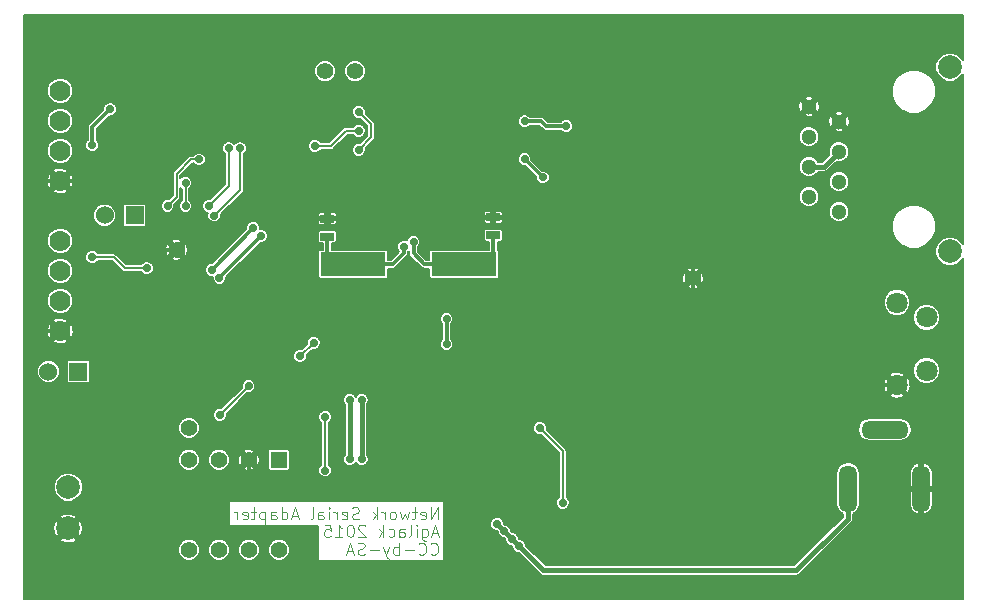
<source format=gbl>
G04 (created by PCBNEW (2013-mar-13)-stable) date Mon 23 Mar 2015 11:07:48 AM CET*
%MOIN*%
G04 Gerber Fmt 3.4, Leading zero omitted, Abs format*
%FSLAX34Y34*%
G01*
G70*
G90*
G04 APERTURE LIST*
%ADD10C,0.005906*%
%ADD11C,0.004000*%
%ADD12R,0.045000X0.025000*%
%ADD13R,0.216500X0.078700*%
%ADD14O,0.157480X0.060000*%
%ADD15O,0.060000X0.157480*%
%ADD16C,0.070000*%
%ADD17C,0.055100*%
%ADD18R,0.060000X0.060000*%
%ADD19C,0.060000*%
%ADD20C,0.051181*%
%ADD21C,0.078740*%
%ADD22C,0.070866*%
%ADD23R,0.055000X0.055000*%
%ADD24C,0.055000*%
%ADD25C,0.028000*%
%ADD26C,0.016000*%
%ADD27C,0.008000*%
%ADD28C,0.012000*%
%ADD29C,0.006000*%
G04 APERTURE END LIST*
G54D10*
G54D11*
X53273Y-46906D02*
X53083Y-46906D01*
X53311Y-47020D02*
X53178Y-46620D01*
X53045Y-47020D01*
X52740Y-46754D02*
X52740Y-47078D01*
X52759Y-47116D01*
X52778Y-47135D01*
X52816Y-47154D01*
X52873Y-47154D01*
X52911Y-47135D01*
X52740Y-47001D02*
X52778Y-47020D01*
X52854Y-47020D01*
X52892Y-47001D01*
X52911Y-46982D01*
X52930Y-46944D01*
X52930Y-46830D01*
X52911Y-46792D01*
X52892Y-46773D01*
X52854Y-46754D01*
X52778Y-46754D01*
X52740Y-46773D01*
X52550Y-47020D02*
X52550Y-46754D01*
X52550Y-46620D02*
X52569Y-46640D01*
X52550Y-46659D01*
X52530Y-46640D01*
X52550Y-46620D01*
X52550Y-46659D01*
X52302Y-47020D02*
X52340Y-47001D01*
X52359Y-46963D01*
X52359Y-46620D01*
X51978Y-47020D02*
X51978Y-46811D01*
X51997Y-46773D01*
X52035Y-46754D01*
X52111Y-46754D01*
X52150Y-46773D01*
X51978Y-47001D02*
X52016Y-47020D01*
X52111Y-47020D01*
X52150Y-47001D01*
X52169Y-46963D01*
X52169Y-46925D01*
X52150Y-46887D01*
X52111Y-46868D01*
X52016Y-46868D01*
X51978Y-46849D01*
X51616Y-47001D02*
X51654Y-47020D01*
X51730Y-47020D01*
X51769Y-47001D01*
X51788Y-46982D01*
X51807Y-46944D01*
X51807Y-46830D01*
X51788Y-46792D01*
X51769Y-46773D01*
X51730Y-46754D01*
X51654Y-46754D01*
X51616Y-46773D01*
X51445Y-47020D02*
X51445Y-46620D01*
X51407Y-46868D02*
X51292Y-47020D01*
X51292Y-46754D02*
X51445Y-46906D01*
X50835Y-46659D02*
X50816Y-46640D01*
X50778Y-46620D01*
X50683Y-46620D01*
X50645Y-46640D01*
X50626Y-46659D01*
X50607Y-46697D01*
X50607Y-46735D01*
X50626Y-46792D01*
X50854Y-47020D01*
X50607Y-47020D01*
X50359Y-46620D02*
X50321Y-46620D01*
X50283Y-46640D01*
X50264Y-46659D01*
X50245Y-46697D01*
X50226Y-46773D01*
X50226Y-46868D01*
X50245Y-46944D01*
X50264Y-46982D01*
X50283Y-47001D01*
X50321Y-47020D01*
X50359Y-47020D01*
X50397Y-47001D01*
X50416Y-46982D01*
X50435Y-46944D01*
X50454Y-46868D01*
X50454Y-46773D01*
X50435Y-46697D01*
X50416Y-46659D01*
X50397Y-46640D01*
X50359Y-46620D01*
X49845Y-47020D02*
X50073Y-47020D01*
X49959Y-47020D02*
X49959Y-46620D01*
X49997Y-46678D01*
X50035Y-46716D01*
X50073Y-46735D01*
X49483Y-46620D02*
X49673Y-46620D01*
X49692Y-46811D01*
X49673Y-46792D01*
X49635Y-46773D01*
X49540Y-46773D01*
X49502Y-46792D01*
X49483Y-46811D01*
X49464Y-46849D01*
X49464Y-46944D01*
X49483Y-46982D01*
X49502Y-47001D01*
X49540Y-47020D01*
X49635Y-47020D01*
X49673Y-47001D01*
X49692Y-46982D01*
X53026Y-47582D02*
X53045Y-47601D01*
X53102Y-47620D01*
X53140Y-47620D01*
X53197Y-47601D01*
X53235Y-47563D01*
X53254Y-47525D01*
X53273Y-47449D01*
X53273Y-47392D01*
X53254Y-47316D01*
X53235Y-47278D01*
X53197Y-47240D01*
X53140Y-47220D01*
X53102Y-47220D01*
X53045Y-47240D01*
X53026Y-47259D01*
X52626Y-47582D02*
X52645Y-47601D01*
X52702Y-47620D01*
X52740Y-47620D01*
X52797Y-47601D01*
X52835Y-47563D01*
X52854Y-47525D01*
X52873Y-47449D01*
X52873Y-47392D01*
X52854Y-47316D01*
X52835Y-47278D01*
X52797Y-47240D01*
X52740Y-47220D01*
X52702Y-47220D01*
X52645Y-47240D01*
X52626Y-47259D01*
X52454Y-47468D02*
X52150Y-47468D01*
X51959Y-47620D02*
X51959Y-47220D01*
X51959Y-47373D02*
X51921Y-47354D01*
X51845Y-47354D01*
X51807Y-47373D01*
X51788Y-47392D01*
X51769Y-47430D01*
X51769Y-47544D01*
X51788Y-47582D01*
X51807Y-47601D01*
X51845Y-47620D01*
X51921Y-47620D01*
X51959Y-47601D01*
X51635Y-47354D02*
X51540Y-47620D01*
X51445Y-47354D02*
X51540Y-47620D01*
X51578Y-47716D01*
X51597Y-47735D01*
X51635Y-47754D01*
X51292Y-47468D02*
X50988Y-47468D01*
X50816Y-47601D02*
X50759Y-47620D01*
X50664Y-47620D01*
X50626Y-47601D01*
X50607Y-47582D01*
X50588Y-47544D01*
X50588Y-47506D01*
X50607Y-47468D01*
X50626Y-47449D01*
X50664Y-47430D01*
X50740Y-47411D01*
X50778Y-47392D01*
X50797Y-47373D01*
X50816Y-47335D01*
X50816Y-47297D01*
X50797Y-47259D01*
X50778Y-47240D01*
X50740Y-47220D01*
X50645Y-47220D01*
X50588Y-47240D01*
X50435Y-47506D02*
X50245Y-47506D01*
X50473Y-47620D02*
X50340Y-47220D01*
X50207Y-47620D01*
X53254Y-46440D02*
X53254Y-46040D01*
X53026Y-46440D01*
X53026Y-46040D01*
X52683Y-46421D02*
X52721Y-46440D01*
X52797Y-46440D01*
X52835Y-46421D01*
X52854Y-46383D01*
X52854Y-46231D01*
X52835Y-46193D01*
X52797Y-46174D01*
X52721Y-46174D01*
X52683Y-46193D01*
X52664Y-46231D01*
X52664Y-46269D01*
X52854Y-46307D01*
X52550Y-46174D02*
X52397Y-46174D01*
X52492Y-46040D02*
X52492Y-46383D01*
X52473Y-46421D01*
X52435Y-46440D01*
X52397Y-46440D01*
X52302Y-46174D02*
X52226Y-46440D01*
X52150Y-46250D01*
X52073Y-46440D01*
X51997Y-46174D01*
X51788Y-46440D02*
X51826Y-46421D01*
X51845Y-46402D01*
X51864Y-46364D01*
X51864Y-46250D01*
X51845Y-46212D01*
X51826Y-46193D01*
X51788Y-46174D01*
X51730Y-46174D01*
X51692Y-46193D01*
X51673Y-46212D01*
X51654Y-46250D01*
X51654Y-46364D01*
X51673Y-46402D01*
X51692Y-46421D01*
X51730Y-46440D01*
X51788Y-46440D01*
X51483Y-46440D02*
X51483Y-46174D01*
X51483Y-46250D02*
X51464Y-46212D01*
X51445Y-46193D01*
X51407Y-46174D01*
X51369Y-46174D01*
X51235Y-46440D02*
X51235Y-46040D01*
X51197Y-46288D02*
X51083Y-46440D01*
X51083Y-46174D02*
X51235Y-46326D01*
X50626Y-46421D02*
X50569Y-46440D01*
X50473Y-46440D01*
X50435Y-46421D01*
X50416Y-46402D01*
X50397Y-46364D01*
X50397Y-46326D01*
X50416Y-46288D01*
X50435Y-46269D01*
X50473Y-46250D01*
X50550Y-46231D01*
X50588Y-46212D01*
X50607Y-46193D01*
X50626Y-46155D01*
X50626Y-46117D01*
X50607Y-46079D01*
X50588Y-46060D01*
X50550Y-46040D01*
X50454Y-46040D01*
X50397Y-46060D01*
X50073Y-46421D02*
X50111Y-46440D01*
X50188Y-46440D01*
X50226Y-46421D01*
X50245Y-46383D01*
X50245Y-46231D01*
X50226Y-46193D01*
X50188Y-46174D01*
X50111Y-46174D01*
X50073Y-46193D01*
X50054Y-46231D01*
X50054Y-46269D01*
X50245Y-46307D01*
X49883Y-46440D02*
X49883Y-46174D01*
X49883Y-46250D02*
X49864Y-46212D01*
X49845Y-46193D01*
X49807Y-46174D01*
X49769Y-46174D01*
X49635Y-46440D02*
X49635Y-46174D01*
X49635Y-46040D02*
X49654Y-46060D01*
X49635Y-46079D01*
X49616Y-46060D01*
X49635Y-46040D01*
X49635Y-46079D01*
X49273Y-46440D02*
X49273Y-46231D01*
X49292Y-46193D01*
X49330Y-46174D01*
X49407Y-46174D01*
X49445Y-46193D01*
X49273Y-46421D02*
X49311Y-46440D01*
X49407Y-46440D01*
X49445Y-46421D01*
X49464Y-46383D01*
X49464Y-46345D01*
X49445Y-46307D01*
X49407Y-46288D01*
X49311Y-46288D01*
X49273Y-46269D01*
X49026Y-46440D02*
X49064Y-46421D01*
X49083Y-46383D01*
X49083Y-46040D01*
X48588Y-46326D02*
X48397Y-46326D01*
X48626Y-46440D02*
X48492Y-46040D01*
X48359Y-46440D01*
X48054Y-46440D02*
X48054Y-46040D01*
X48054Y-46421D02*
X48092Y-46440D01*
X48169Y-46440D01*
X48207Y-46421D01*
X48226Y-46402D01*
X48245Y-46364D01*
X48245Y-46250D01*
X48226Y-46212D01*
X48207Y-46193D01*
X48169Y-46174D01*
X48092Y-46174D01*
X48054Y-46193D01*
X47692Y-46440D02*
X47692Y-46231D01*
X47711Y-46193D01*
X47750Y-46174D01*
X47826Y-46174D01*
X47864Y-46193D01*
X47692Y-46421D02*
X47730Y-46440D01*
X47826Y-46440D01*
X47864Y-46421D01*
X47883Y-46383D01*
X47883Y-46345D01*
X47864Y-46307D01*
X47826Y-46288D01*
X47730Y-46288D01*
X47692Y-46269D01*
X47502Y-46174D02*
X47502Y-46574D01*
X47502Y-46193D02*
X47464Y-46174D01*
X47388Y-46174D01*
X47350Y-46193D01*
X47330Y-46212D01*
X47311Y-46250D01*
X47311Y-46364D01*
X47330Y-46402D01*
X47350Y-46421D01*
X47388Y-46440D01*
X47464Y-46440D01*
X47502Y-46421D01*
X47197Y-46174D02*
X47045Y-46174D01*
X47140Y-46040D02*
X47140Y-46383D01*
X47121Y-46421D01*
X47083Y-46440D01*
X47045Y-46440D01*
X46759Y-46421D02*
X46797Y-46440D01*
X46873Y-46440D01*
X46911Y-46421D01*
X46930Y-46383D01*
X46930Y-46231D01*
X46911Y-46193D01*
X46873Y-46174D01*
X46797Y-46174D01*
X46759Y-46193D01*
X46740Y-46231D01*
X46740Y-46269D01*
X46930Y-46307D01*
X46569Y-46440D02*
X46569Y-46174D01*
X46569Y-46250D02*
X46550Y-46212D01*
X46530Y-46193D01*
X46492Y-46174D01*
X46454Y-46174D01*
G54D12*
X55110Y-36970D03*
X55110Y-36370D03*
X49580Y-37010D03*
X49580Y-36410D03*
G54D13*
X54140Y-37930D03*
X50440Y-37930D03*
G54D14*
X68154Y-43446D03*
G54D15*
X66934Y-45415D03*
X69375Y-45415D03*
G54D16*
X40675Y-35155D03*
X40675Y-34155D03*
X40675Y-33155D03*
X40675Y-32155D03*
G54D17*
X50500Y-31500D03*
X49500Y-31500D03*
G54D16*
X40675Y-40155D03*
X40675Y-39155D03*
X40675Y-38155D03*
X40675Y-37155D03*
G54D17*
X61760Y-38400D03*
X44550Y-37450D03*
G54D18*
X43150Y-36300D03*
G54D19*
X42150Y-36300D03*
G54D18*
X41280Y-41510D03*
G54D19*
X40280Y-41510D03*
G54D20*
X66630Y-34180D03*
X65630Y-34680D03*
X65630Y-33680D03*
X66630Y-33180D03*
X65630Y-32680D03*
X66630Y-35180D03*
X65630Y-35680D03*
X66630Y-36180D03*
G54D21*
X70330Y-37500D03*
X70330Y-31359D03*
G54D22*
X69550Y-41475D03*
X69550Y-39704D03*
X68565Y-41967D03*
X68565Y-39212D03*
G54D21*
X40940Y-45361D03*
X40940Y-46738D03*
G54D17*
X44960Y-43390D03*
G54D23*
X47960Y-44450D03*
G54D24*
X46960Y-44450D03*
X45960Y-44450D03*
X44960Y-44450D03*
X44960Y-47450D03*
X45960Y-47450D03*
X46960Y-47450D03*
X47960Y-47450D03*
G54D25*
X50320Y-42460D03*
X50320Y-44430D03*
X56660Y-43400D03*
X57420Y-45880D03*
X41740Y-37700D03*
X43560Y-38070D03*
X42340Y-32770D03*
X41740Y-33970D03*
X55960Y-47320D03*
X55480Y-46840D03*
X55720Y-47080D03*
X55240Y-46600D03*
X46290Y-34070D03*
X45620Y-35990D03*
X46670Y-34070D03*
X45810Y-36310D03*
X39590Y-35830D03*
X42350Y-47470D03*
X41280Y-35970D03*
X46820Y-36440D03*
X47860Y-35800D03*
X46000Y-39937D03*
X49000Y-42062D03*
X65080Y-38020D03*
X66280Y-39990D03*
X43000Y-39937D03*
X44550Y-41870D03*
X62000Y-39250D03*
X52170Y-40310D03*
X51020Y-42160D03*
X47110Y-34710D03*
X43560Y-37700D03*
X41740Y-38860D03*
X43560Y-38860D03*
X41280Y-31810D03*
X60000Y-45750D03*
X57780Y-45880D03*
X59150Y-43230D03*
X60000Y-45250D03*
X60000Y-44750D03*
X60000Y-43250D03*
X60000Y-44250D03*
X60000Y-43750D03*
X48650Y-32660D03*
X53500Y-39250D03*
X53000Y-39250D03*
X54000Y-39250D03*
X54500Y-39250D03*
X55000Y-39250D03*
X55500Y-39250D03*
X56000Y-39250D03*
X56500Y-39250D03*
X57000Y-39250D03*
X57500Y-39250D03*
X58000Y-39250D03*
X58500Y-39250D03*
X59000Y-39250D03*
X50000Y-39250D03*
X50500Y-39250D03*
X51000Y-39250D03*
X51500Y-39250D03*
X52000Y-39250D03*
X63000Y-39250D03*
X63500Y-39250D03*
X64000Y-39250D03*
X64500Y-39250D03*
X61500Y-39250D03*
X62500Y-39250D03*
X59500Y-39250D03*
X60500Y-39250D03*
X60000Y-39250D03*
X44410Y-31250D03*
X45630Y-31250D03*
X44250Y-35220D03*
X43560Y-35150D03*
X45300Y-33840D03*
X43560Y-33970D03*
X42970Y-32770D03*
X42650Y-31400D03*
X59500Y-42250D03*
X59500Y-42750D03*
X60000Y-47750D03*
X60000Y-47250D03*
X60000Y-46750D03*
X60000Y-46250D03*
X59500Y-41750D03*
X59500Y-41250D03*
X59500Y-40750D03*
X59500Y-40250D03*
X59500Y-39750D03*
X55400Y-40410D03*
X56580Y-42120D03*
X60750Y-39750D03*
X64200Y-44530D03*
X65730Y-42220D03*
X70500Y-48500D03*
X60500Y-48500D03*
X61500Y-48500D03*
X62500Y-48500D03*
X63500Y-48500D03*
X64500Y-48500D03*
X65500Y-48500D03*
X66500Y-48500D03*
X67500Y-48500D03*
X68500Y-48500D03*
X69500Y-48500D03*
X44750Y-30250D03*
X43750Y-30250D03*
X42750Y-30250D03*
X41750Y-30250D03*
X40750Y-30250D03*
X39750Y-30250D03*
X59500Y-48500D03*
X58500Y-48500D03*
X57500Y-48500D03*
X56500Y-48500D03*
X55500Y-48500D03*
X39750Y-48500D03*
X40750Y-48500D03*
X41750Y-48500D03*
X42750Y-48500D03*
X43750Y-48500D03*
X44750Y-48500D03*
X45750Y-48500D03*
X46750Y-48500D03*
X47750Y-48500D03*
X48750Y-48500D03*
X49750Y-48500D03*
X50750Y-48500D03*
X51750Y-48500D03*
X52750Y-48500D03*
X53750Y-48500D03*
X54750Y-48500D03*
X53750Y-30250D03*
X52750Y-30250D03*
X51750Y-30250D03*
X50750Y-30250D03*
X49750Y-30250D03*
X48750Y-30250D03*
X47750Y-30250D03*
X45750Y-30250D03*
X46750Y-30250D03*
X55500Y-30250D03*
X56500Y-30250D03*
X57500Y-30250D03*
X58500Y-30250D03*
X59500Y-30250D03*
X60500Y-30250D03*
X54750Y-30250D03*
X63600Y-45480D03*
X65910Y-43590D03*
X63030Y-46420D03*
X62640Y-46420D03*
X60990Y-47500D03*
X61730Y-47500D03*
X61470Y-44310D03*
X61470Y-44740D03*
X62640Y-45720D03*
X61000Y-39250D03*
X63640Y-36860D03*
X50720Y-38750D03*
X51810Y-37190D03*
X58570Y-38220D03*
X50850Y-36700D03*
X52630Y-39030D03*
X51660Y-35370D03*
X50410Y-34750D03*
X55550Y-37840D03*
X51970Y-31620D03*
X63300Y-31550D03*
X69500Y-30250D03*
X70500Y-30250D03*
X61500Y-30250D03*
X62500Y-30250D03*
X63500Y-30250D03*
X64500Y-30250D03*
X65500Y-30250D03*
X66500Y-30250D03*
X67500Y-30250D03*
X68500Y-30250D03*
X55080Y-35530D03*
X56420Y-36620D03*
X56150Y-33800D03*
X57460Y-34120D03*
X56370Y-32860D03*
X60700Y-31480D03*
X60700Y-37380D03*
X57980Y-33180D03*
X58820Y-36820D03*
X52450Y-37190D03*
X52130Y-37350D03*
X57540Y-33330D03*
X56150Y-33170D03*
X56150Y-34430D03*
X56760Y-35040D03*
X53550Y-39759D03*
X53550Y-40600D03*
X50720Y-44430D03*
X50720Y-42460D03*
X45990Y-42960D03*
X46950Y-42000D03*
X49510Y-43020D03*
X49510Y-44810D03*
X50620Y-33480D03*
X49160Y-33990D03*
X50620Y-32850D03*
X50620Y-34120D03*
X44250Y-35990D03*
X45300Y-34440D03*
X44850Y-35990D03*
X44850Y-35220D03*
X48670Y-41000D03*
X49120Y-40550D03*
X47370Y-36990D03*
X45980Y-38380D03*
X47110Y-36730D03*
X45720Y-38120D03*
G54D26*
X50320Y-42460D02*
X50320Y-44430D01*
G54D27*
X57420Y-44160D02*
X57420Y-45880D01*
X57420Y-44160D02*
X56660Y-43400D01*
X41740Y-37700D02*
X42450Y-37700D01*
X42820Y-38070D02*
X43560Y-38070D01*
X42450Y-37700D02*
X42820Y-38070D01*
G54D28*
X41740Y-33970D02*
X41740Y-33370D01*
X42340Y-32770D02*
X41740Y-33370D01*
G54D26*
X55720Y-47080D02*
X55960Y-47320D01*
X66934Y-46415D02*
X66934Y-45415D01*
X65210Y-48140D02*
X66934Y-46415D01*
X56780Y-48140D02*
X65210Y-48140D01*
X55960Y-47320D02*
X56780Y-48140D01*
X55480Y-46840D02*
X55720Y-47080D01*
X55240Y-46600D02*
X55480Y-46840D01*
X65630Y-34680D02*
X66130Y-34680D01*
X66130Y-34680D02*
X66630Y-34180D01*
G54D27*
X46290Y-34070D02*
X46290Y-35320D01*
X46290Y-35320D02*
X45620Y-35990D01*
X46670Y-35450D02*
X45810Y-36310D01*
X46670Y-34070D02*
X46670Y-35450D01*
G54D28*
X39590Y-35830D02*
X39590Y-36010D01*
X39590Y-36010D02*
X39750Y-36170D01*
X39750Y-35410D02*
X39750Y-35155D01*
X39590Y-35570D02*
X39750Y-35410D01*
X39590Y-35830D02*
X39590Y-35570D01*
X39750Y-36170D02*
X39750Y-40155D01*
X42350Y-47470D02*
X41671Y-47470D01*
X41671Y-47470D02*
X40940Y-46738D01*
X46960Y-45240D02*
X46960Y-44450D01*
X42350Y-47470D02*
X44190Y-45630D01*
X46570Y-45630D02*
X44190Y-45630D01*
X46960Y-45240D02*
X46570Y-45630D01*
G54D26*
X39750Y-47340D02*
X40338Y-47340D01*
X40338Y-47340D02*
X40940Y-46738D01*
G54D28*
X43560Y-35150D02*
X41160Y-35150D01*
X41280Y-35970D02*
X41280Y-35760D01*
X41280Y-35760D02*
X40675Y-35155D01*
X43560Y-35150D02*
X43560Y-35550D01*
X43560Y-37050D02*
X43560Y-37700D01*
X43760Y-36850D02*
X43560Y-37050D01*
X43760Y-35750D02*
X43760Y-36850D01*
X43560Y-35550D02*
X43760Y-35750D01*
X46820Y-36440D02*
X46820Y-36090D01*
X46820Y-36090D02*
X47110Y-35800D01*
X47110Y-35800D02*
X47860Y-35800D01*
X47110Y-35800D02*
X47110Y-34710D01*
G54D27*
X49000Y-42062D02*
X48125Y-42062D01*
G54D28*
X45502Y-39440D02*
X46000Y-39937D01*
X45502Y-39440D02*
X44550Y-39440D01*
G54D27*
X48125Y-42062D02*
X46000Y-39937D01*
G54D28*
X65470Y-38410D02*
X65470Y-39180D01*
X63640Y-36860D02*
X64800Y-38020D01*
X65080Y-38020D02*
X64800Y-38020D01*
X65470Y-38410D02*
X65080Y-38020D01*
X65470Y-39180D02*
X66280Y-39990D01*
X68565Y-41967D02*
X67392Y-41967D01*
X67392Y-41967D02*
X67130Y-42230D01*
G54D26*
X69375Y-45415D02*
X69375Y-42777D01*
X69375Y-42777D02*
X68565Y-41967D01*
G54D28*
X43560Y-38860D02*
X43560Y-39377D01*
X43560Y-39377D02*
X43000Y-39937D01*
X44550Y-41870D02*
X44550Y-39440D01*
X44550Y-39440D02*
X43880Y-38770D01*
X44550Y-37450D02*
X44020Y-37450D01*
X44020Y-37450D02*
X43770Y-37700D01*
X62000Y-39250D02*
X62000Y-39040D01*
X61760Y-38800D02*
X61760Y-38400D01*
X62000Y-39040D02*
X61760Y-38800D01*
X61760Y-38400D02*
X61760Y-37380D01*
X51800Y-39940D02*
X52170Y-40310D01*
X55400Y-40410D02*
X54450Y-40410D01*
X54450Y-40410D02*
X53960Y-40900D01*
X53960Y-40900D02*
X52760Y-40900D01*
X52760Y-40900D02*
X52170Y-40310D01*
X51020Y-42160D02*
X51020Y-40480D01*
X51140Y-40360D02*
X51140Y-39940D01*
X51020Y-40480D02*
X51140Y-40360D01*
X47110Y-34710D02*
X47900Y-34710D01*
X47960Y-34650D02*
X48650Y-34650D01*
X47900Y-34710D02*
X47960Y-34650D01*
X43560Y-37700D02*
X43770Y-37700D01*
X43770Y-37700D02*
X43780Y-37700D01*
X43880Y-37800D02*
X43880Y-38770D01*
X43780Y-37700D02*
X43880Y-37800D01*
X43790Y-38860D02*
X43560Y-38860D01*
X43880Y-38770D02*
X43790Y-38860D01*
X43560Y-38860D02*
X41740Y-38860D01*
X40675Y-35155D02*
X39750Y-35155D01*
X40675Y-40155D02*
X39750Y-40155D01*
X45300Y-33840D02*
X46090Y-33840D01*
X47270Y-32660D02*
X48650Y-32660D01*
X46090Y-33840D02*
X47270Y-32660D01*
X41280Y-31810D02*
X41870Y-31810D01*
X42280Y-31400D02*
X42650Y-31400D01*
X41870Y-31810D02*
X42280Y-31400D01*
X57780Y-45880D02*
X59510Y-45880D01*
X59640Y-45750D02*
X60000Y-45750D01*
X59510Y-45880D02*
X59640Y-45750D01*
X59150Y-43230D02*
X57690Y-43230D01*
X57690Y-43230D02*
X56580Y-42120D01*
X45630Y-31250D02*
X45630Y-30740D01*
X45750Y-30620D02*
X45750Y-30250D01*
X45630Y-30740D02*
X45750Y-30620D01*
X48650Y-32660D02*
X48650Y-34650D01*
X48650Y-34650D02*
X49580Y-35580D01*
G54D26*
X59500Y-39250D02*
X59000Y-39250D01*
X58000Y-39250D02*
X58500Y-39250D01*
X56000Y-39250D02*
X56500Y-39250D01*
X54000Y-39250D02*
X54500Y-39250D01*
G54D28*
X53000Y-39250D02*
X52000Y-39250D01*
G54D26*
X54000Y-39250D02*
X53500Y-39250D01*
X55000Y-39250D02*
X54500Y-39250D01*
X56000Y-39250D02*
X55500Y-39250D01*
X57000Y-39250D02*
X56500Y-39250D01*
X58000Y-39250D02*
X57500Y-39250D01*
X59000Y-39250D02*
X58500Y-39250D01*
G54D28*
X50500Y-39250D02*
X50000Y-39250D01*
X51500Y-39250D02*
X51000Y-39250D01*
G54D26*
X53000Y-39250D02*
X53500Y-39250D01*
X55000Y-39250D02*
X55500Y-39250D01*
X57000Y-39250D02*
X57500Y-39250D01*
G54D28*
X45630Y-31250D02*
X44410Y-31250D01*
X44410Y-31250D02*
X42800Y-31250D01*
X42800Y-31250D02*
X42650Y-31400D01*
X43560Y-33970D02*
X43960Y-33970D01*
X44250Y-35220D02*
X44250Y-34260D01*
X44250Y-34260D02*
X43960Y-33970D01*
X44250Y-35220D02*
X43980Y-35220D01*
X43980Y-35220D02*
X43910Y-35150D01*
X43910Y-35150D02*
X43560Y-35150D01*
X41155Y-35155D02*
X40675Y-35155D01*
X41160Y-35150D02*
X41155Y-35155D01*
G54D27*
X45300Y-33840D02*
X44090Y-33840D01*
X44090Y-33840D02*
X43960Y-33970D01*
G54D28*
X43560Y-33970D02*
X43560Y-33360D01*
X43560Y-33360D02*
X42970Y-32770D01*
X42970Y-32770D02*
X42970Y-32260D01*
X42970Y-32260D02*
X42650Y-31940D01*
X42650Y-31940D02*
X42650Y-31400D01*
G54D26*
X59500Y-42750D02*
X59500Y-42250D01*
G54D28*
X56580Y-42120D02*
X59050Y-42120D01*
X59180Y-42250D02*
X59500Y-42250D01*
X59050Y-42120D02*
X59180Y-42250D01*
G54D26*
X59500Y-41750D02*
X59500Y-42250D01*
X59500Y-39250D02*
X59500Y-39750D01*
X59500Y-41250D02*
X59500Y-41750D01*
X59500Y-40250D02*
X59500Y-40750D01*
X59500Y-40750D02*
X59500Y-41250D01*
X59500Y-40250D02*
X59500Y-39750D01*
G54D28*
X55400Y-40410D02*
X56290Y-40410D01*
X56290Y-40410D02*
X56580Y-40700D01*
X56580Y-40700D02*
X56580Y-42120D01*
G54D29*
X60750Y-39500D02*
X61000Y-39250D01*
X60750Y-39500D02*
X60750Y-39750D01*
G54D26*
X65910Y-43590D02*
X65140Y-43590D01*
X65140Y-43590D02*
X64200Y-44530D01*
X64200Y-44530D02*
X64200Y-44880D01*
X64200Y-44880D02*
X63600Y-45480D01*
G54D28*
X67130Y-42220D02*
X67130Y-42230D01*
X65730Y-42220D02*
X67130Y-42220D01*
X67130Y-42230D02*
X67130Y-42910D01*
X67130Y-42910D02*
X66450Y-43590D01*
X66450Y-43590D02*
X65910Y-43590D01*
G54D26*
X69375Y-45415D02*
X69375Y-46395D01*
X69375Y-46395D02*
X70500Y-47520D01*
X70500Y-47520D02*
X70500Y-48500D01*
G54D29*
X61500Y-48500D02*
X60500Y-48500D01*
X63500Y-48500D02*
X62500Y-48500D01*
X65500Y-48500D02*
X64500Y-48500D01*
X67500Y-48500D02*
X66500Y-48500D01*
X69500Y-48500D02*
X68500Y-48500D01*
G54D28*
X39750Y-30250D02*
X39750Y-35155D01*
X45750Y-30250D02*
X44750Y-30250D01*
X43750Y-30250D02*
X42750Y-30250D01*
X41750Y-30250D02*
X40750Y-30250D01*
X39750Y-40155D02*
X39750Y-43090D01*
X39750Y-43090D02*
X39750Y-46740D01*
X39750Y-46740D02*
X39750Y-47340D01*
X39750Y-47340D02*
X39750Y-48500D01*
X55500Y-48500D02*
X55250Y-48250D01*
X55000Y-48250D02*
X54750Y-48500D01*
X55250Y-48250D02*
X55000Y-48250D01*
G54D29*
X59500Y-48500D02*
X58500Y-48500D01*
X57500Y-48500D02*
X56500Y-48500D01*
G54D28*
X41750Y-48500D02*
X40750Y-48500D01*
X43750Y-48500D02*
X42750Y-48500D01*
X45750Y-48500D02*
X44750Y-48500D01*
X47750Y-48500D02*
X46750Y-48500D01*
X49750Y-48500D02*
X48750Y-48500D01*
X51750Y-48500D02*
X50750Y-48500D01*
X53750Y-48500D02*
X52750Y-48500D01*
X53750Y-30250D02*
X52750Y-30250D01*
X51750Y-30250D02*
X50750Y-30250D01*
X49750Y-30250D02*
X48750Y-30250D01*
X47750Y-30250D02*
X46750Y-30250D01*
X55500Y-30250D02*
X55250Y-30500D01*
G54D26*
X57500Y-30250D02*
X56500Y-30250D01*
X59500Y-30250D02*
X58500Y-30250D01*
G54D28*
X55000Y-30500D02*
X54750Y-30250D01*
X55250Y-30500D02*
X55000Y-30500D01*
X62640Y-46420D02*
X62120Y-46420D01*
X61730Y-46810D02*
X61730Y-47500D01*
X62120Y-46420D02*
X61730Y-46810D01*
G54D26*
X62640Y-45720D02*
X63360Y-45720D01*
X63360Y-45720D02*
X63600Y-45480D01*
X63030Y-46420D02*
X62640Y-46420D01*
X61730Y-47500D02*
X60990Y-47500D01*
X61470Y-44740D02*
X62350Y-44740D01*
X62350Y-44740D02*
X62640Y-45030D01*
X62640Y-45030D02*
X62640Y-45720D01*
X63640Y-36860D02*
X63020Y-36860D01*
X63020Y-36860D02*
X62500Y-37380D01*
G54D28*
X50720Y-38750D02*
X50940Y-38750D01*
X52360Y-38760D02*
X52630Y-39030D01*
X50950Y-38760D02*
X52360Y-38760D01*
X50940Y-38750D02*
X50950Y-38760D01*
X55200Y-38760D02*
X52900Y-38760D01*
X52900Y-38760D02*
X52630Y-39030D01*
X51810Y-37190D02*
X51340Y-37190D01*
X51340Y-37190D02*
X50850Y-36700D01*
X49580Y-36410D02*
X49580Y-35580D01*
X49580Y-35580D02*
X50410Y-34750D01*
X55110Y-36370D02*
X55110Y-35820D01*
X55080Y-35790D02*
X55080Y-35530D01*
X55110Y-35820D02*
X55080Y-35790D01*
X58570Y-38220D02*
X59860Y-38220D01*
X59860Y-38220D02*
X60700Y-37380D01*
X50850Y-36700D02*
X50850Y-35550D01*
X50850Y-35550D02*
X51030Y-35370D01*
X55550Y-38410D02*
X55550Y-37840D01*
X55200Y-38760D02*
X55550Y-38410D01*
X51970Y-32240D02*
X51350Y-32860D01*
X51350Y-33810D02*
X50410Y-34750D01*
X51350Y-32860D02*
X51350Y-33810D01*
X51660Y-35370D02*
X51030Y-35370D01*
X51030Y-35370D02*
X50410Y-34750D01*
X55550Y-37840D02*
X55550Y-37490D01*
X55550Y-37490D02*
X56420Y-36620D01*
X51970Y-31620D02*
X51970Y-32240D01*
X52590Y-32860D02*
X56370Y-32860D01*
X51970Y-32240D02*
X52590Y-32860D01*
G54D26*
X63300Y-31550D02*
X62020Y-31550D01*
X62020Y-31550D02*
X61950Y-31480D01*
X61950Y-31480D02*
X60700Y-31480D01*
X60700Y-31480D02*
X60700Y-30920D01*
X60700Y-30920D02*
X60500Y-30720D01*
X60500Y-30720D02*
X60500Y-30250D01*
X61500Y-30250D02*
X60500Y-30250D01*
X63500Y-30250D02*
X62500Y-30250D01*
X65500Y-30250D02*
X64500Y-30250D01*
X67500Y-30250D02*
X66500Y-30250D01*
X69500Y-30250D02*
X68500Y-30250D01*
X62500Y-37380D02*
X61760Y-37380D01*
X61760Y-37380D02*
X60700Y-37380D01*
G54D28*
X55080Y-35530D02*
X55080Y-34870D01*
X55080Y-34870D02*
X56150Y-33800D01*
X56420Y-36620D02*
X57330Y-36620D01*
X57530Y-36820D02*
X58820Y-36820D01*
X57330Y-36620D02*
X57530Y-36820D01*
X58820Y-36820D02*
X58820Y-34440D01*
X58820Y-34440D02*
X57980Y-33600D01*
X57980Y-33180D02*
X57980Y-33600D01*
X57980Y-33600D02*
X57460Y-34120D01*
X56150Y-33800D02*
X57140Y-33800D01*
X57140Y-33800D02*
X57460Y-34120D01*
X56370Y-32860D02*
X57660Y-32860D01*
X57660Y-32860D02*
X57980Y-33180D01*
X60700Y-31480D02*
X59680Y-31480D01*
X59680Y-31480D02*
X57980Y-33180D01*
X60700Y-37380D02*
X59380Y-37380D01*
X59380Y-37380D02*
X58820Y-36820D01*
X51140Y-39940D02*
X51800Y-39940D01*
X54140Y-37930D02*
X54720Y-37930D01*
X55110Y-37540D02*
X55110Y-36970D01*
X54720Y-37930D02*
X55110Y-37540D01*
X52450Y-37190D02*
X52450Y-37570D01*
X52810Y-37930D02*
X54140Y-37930D01*
X52450Y-37570D02*
X52810Y-37930D01*
X50440Y-37930D02*
X49980Y-37930D01*
X49580Y-37530D02*
X49580Y-37010D01*
X49980Y-37930D02*
X49580Y-37530D01*
X52130Y-37350D02*
X52130Y-37560D01*
X51760Y-37930D02*
X50440Y-37930D01*
X52130Y-37560D02*
X51760Y-37930D01*
X56150Y-33170D02*
X56700Y-33170D01*
X56860Y-33330D02*
X57540Y-33330D01*
X56700Y-33170D02*
X56860Y-33330D01*
X56150Y-34430D02*
X56760Y-35040D01*
X53550Y-39759D02*
X53550Y-40600D01*
G54D26*
X50720Y-44430D02*
X50720Y-42460D01*
G54D27*
X46950Y-42000D02*
X45990Y-42960D01*
X49510Y-43020D02*
X49510Y-44810D01*
X50620Y-33480D02*
X50200Y-33480D01*
X50200Y-33480D02*
X49690Y-33990D01*
X49160Y-33990D02*
X49690Y-33990D01*
X51040Y-33700D02*
X51040Y-33270D01*
X51040Y-33270D02*
X50620Y-32850D01*
X50620Y-34120D02*
X51040Y-33700D01*
X45300Y-34440D02*
X45040Y-34440D01*
X44550Y-35690D02*
X44250Y-35990D01*
X44550Y-34930D02*
X44550Y-35690D01*
X45040Y-34440D02*
X44550Y-34930D01*
X44850Y-35990D02*
X44850Y-35220D01*
X49120Y-40550D02*
X48670Y-41000D01*
G54D28*
X45980Y-38380D02*
X47370Y-36990D01*
X45720Y-38120D02*
X47110Y-36730D01*
G54D10*
G36*
X70760Y-49105D02*
X69994Y-49105D01*
X69994Y-41387D01*
X69994Y-39616D01*
X69926Y-39452D01*
X69802Y-39327D01*
X69638Y-39259D01*
X69462Y-39259D01*
X69298Y-39327D01*
X69173Y-39452D01*
X69105Y-39615D01*
X69105Y-39792D01*
X69173Y-39955D01*
X69297Y-40080D01*
X69461Y-40148D01*
X69637Y-40148D01*
X69801Y-40081D01*
X69926Y-39956D01*
X69994Y-39792D01*
X69994Y-39616D01*
X69994Y-41387D01*
X69926Y-41224D01*
X69802Y-41099D01*
X69638Y-41031D01*
X69462Y-41031D01*
X69298Y-41098D01*
X69173Y-41223D01*
X69105Y-41387D01*
X69105Y-41563D01*
X69173Y-41727D01*
X69297Y-41852D01*
X69461Y-41920D01*
X69637Y-41920D01*
X69801Y-41852D01*
X69926Y-41727D01*
X69994Y-41564D01*
X69994Y-41387D01*
X69994Y-49105D01*
X69765Y-49105D01*
X69765Y-45972D01*
X69765Y-45485D01*
X69765Y-45345D01*
X69765Y-44857D01*
X69708Y-44713D01*
X69601Y-44602D01*
X69504Y-44559D01*
X69445Y-44566D01*
X69445Y-45345D01*
X69765Y-45345D01*
X69765Y-45485D01*
X69445Y-45485D01*
X69445Y-46263D01*
X69504Y-46270D01*
X69601Y-46227D01*
X69708Y-46116D01*
X69765Y-45972D01*
X69765Y-49105D01*
X69305Y-49105D01*
X69305Y-46263D01*
X69305Y-45485D01*
X69305Y-45345D01*
X69305Y-44566D01*
X69245Y-44559D01*
X69148Y-44602D01*
X69049Y-44705D01*
X69049Y-43446D01*
X69019Y-43296D01*
X69017Y-43293D01*
X69017Y-42004D01*
X69010Y-41942D01*
X69010Y-39124D01*
X68942Y-38960D01*
X68817Y-38835D01*
X68654Y-38767D01*
X68477Y-38767D01*
X68314Y-38835D01*
X68189Y-38960D01*
X68121Y-39123D01*
X68121Y-39300D01*
X68188Y-39463D01*
X68313Y-39588D01*
X68476Y-39656D01*
X68653Y-39656D01*
X68817Y-39588D01*
X68942Y-39464D01*
X69010Y-39300D01*
X69010Y-39124D01*
X69010Y-41942D01*
X68996Y-41828D01*
X68969Y-41761D01*
X68915Y-41717D01*
X68816Y-41816D01*
X68816Y-41618D01*
X68772Y-41564D01*
X68602Y-41516D01*
X68426Y-41536D01*
X68359Y-41564D01*
X68314Y-41618D01*
X68565Y-41868D01*
X68816Y-41618D01*
X68816Y-41816D01*
X68664Y-41967D01*
X68915Y-42218D01*
X68969Y-42174D01*
X69017Y-42004D01*
X69017Y-43293D01*
X68934Y-43170D01*
X68816Y-43091D01*
X68816Y-42317D01*
X68565Y-42066D01*
X68466Y-42165D01*
X68466Y-41967D01*
X68215Y-41717D01*
X68162Y-41761D01*
X68114Y-41931D01*
X68134Y-42107D01*
X68162Y-42174D01*
X68215Y-42218D01*
X68466Y-41967D01*
X68466Y-42165D01*
X68314Y-42317D01*
X68359Y-42371D01*
X68529Y-42419D01*
X68704Y-42399D01*
X68772Y-42371D01*
X68816Y-42317D01*
X68816Y-43091D01*
X68808Y-43085D01*
X68659Y-43056D01*
X67649Y-43056D01*
X67500Y-43085D01*
X67374Y-43170D01*
X67289Y-43296D01*
X67259Y-43446D01*
X67289Y-43595D01*
X67374Y-43721D01*
X67500Y-43806D01*
X67649Y-43836D01*
X68659Y-43836D01*
X68808Y-43806D01*
X68934Y-43721D01*
X69019Y-43595D01*
X69049Y-43446D01*
X69049Y-44705D01*
X69041Y-44713D01*
X68985Y-44857D01*
X68985Y-45345D01*
X69305Y-45345D01*
X69305Y-45485D01*
X68985Y-45485D01*
X68985Y-45972D01*
X69041Y-46116D01*
X69148Y-46227D01*
X69245Y-46270D01*
X69305Y-46263D01*
X69305Y-49105D01*
X67324Y-49105D01*
X67324Y-45919D01*
X67324Y-44910D01*
X67294Y-44761D01*
X67209Y-44634D01*
X67083Y-44550D01*
X66982Y-44530D01*
X66982Y-33192D01*
X66960Y-33056D01*
X66950Y-33033D01*
X66907Y-33001D01*
X66808Y-33100D01*
X66808Y-32902D01*
X66776Y-32859D01*
X66642Y-32827D01*
X66506Y-32849D01*
X66483Y-32859D01*
X66451Y-32902D01*
X66630Y-33081D01*
X66808Y-32902D01*
X66808Y-33100D01*
X66728Y-33180D01*
X66907Y-33358D01*
X66950Y-33326D01*
X66982Y-33192D01*
X66982Y-44530D01*
X66975Y-44528D01*
X66975Y-36111D01*
X66975Y-35111D01*
X66975Y-34111D01*
X66923Y-33984D01*
X66826Y-33886D01*
X66808Y-33879D01*
X66808Y-33457D01*
X66630Y-33278D01*
X66531Y-33377D01*
X66531Y-33180D01*
X66352Y-33001D01*
X66309Y-33033D01*
X66277Y-33167D01*
X66299Y-33303D01*
X66309Y-33326D01*
X66352Y-33358D01*
X66531Y-33180D01*
X66531Y-33377D01*
X66451Y-33457D01*
X66483Y-33500D01*
X66617Y-33532D01*
X66753Y-33510D01*
X66776Y-33500D01*
X66808Y-33457D01*
X66808Y-33879D01*
X66699Y-33834D01*
X66561Y-33834D01*
X66434Y-33886D01*
X66336Y-33983D01*
X66284Y-34110D01*
X66284Y-34248D01*
X66294Y-34274D01*
X66059Y-34510D01*
X65982Y-34510D01*
X65982Y-32692D01*
X65960Y-32556D01*
X65950Y-32533D01*
X65907Y-32501D01*
X65808Y-32600D01*
X65808Y-32402D01*
X65776Y-32359D01*
X65642Y-32327D01*
X65506Y-32349D01*
X65483Y-32359D01*
X65451Y-32402D01*
X65630Y-32581D01*
X65808Y-32402D01*
X65808Y-32600D01*
X65728Y-32680D01*
X65907Y-32858D01*
X65950Y-32826D01*
X65982Y-32692D01*
X65982Y-34510D01*
X65975Y-34510D01*
X65975Y-33611D01*
X65923Y-33484D01*
X65826Y-33386D01*
X65808Y-33379D01*
X65808Y-32957D01*
X65630Y-32778D01*
X65531Y-32877D01*
X65531Y-32680D01*
X65352Y-32501D01*
X65309Y-32533D01*
X65277Y-32667D01*
X65299Y-32803D01*
X65309Y-32826D01*
X65352Y-32858D01*
X65531Y-32680D01*
X65531Y-32877D01*
X65451Y-32957D01*
X65483Y-33000D01*
X65617Y-33032D01*
X65753Y-33010D01*
X65776Y-33000D01*
X65808Y-32957D01*
X65808Y-33379D01*
X65699Y-33334D01*
X65561Y-33334D01*
X65434Y-33386D01*
X65336Y-33483D01*
X65284Y-33610D01*
X65284Y-33748D01*
X65336Y-33875D01*
X65433Y-33973D01*
X65560Y-34025D01*
X65698Y-34025D01*
X65825Y-33973D01*
X65923Y-33876D01*
X65975Y-33749D01*
X65975Y-33611D01*
X65975Y-34510D01*
X65934Y-34510D01*
X65923Y-34484D01*
X65826Y-34386D01*
X65699Y-34334D01*
X65561Y-34334D01*
X65434Y-34386D01*
X65336Y-34483D01*
X65284Y-34610D01*
X65284Y-34748D01*
X65336Y-34875D01*
X65433Y-34973D01*
X65560Y-35025D01*
X65698Y-35025D01*
X65825Y-34973D01*
X65923Y-34876D01*
X65933Y-34850D01*
X66130Y-34850D01*
X66195Y-34837D01*
X66195Y-34837D01*
X66250Y-34800D01*
X66535Y-34515D01*
X66560Y-34525D01*
X66698Y-34525D01*
X66825Y-34473D01*
X66923Y-34376D01*
X66975Y-34249D01*
X66975Y-34111D01*
X66975Y-35111D01*
X66923Y-34984D01*
X66826Y-34886D01*
X66699Y-34834D01*
X66561Y-34834D01*
X66434Y-34886D01*
X66336Y-34983D01*
X66284Y-35110D01*
X66284Y-35248D01*
X66336Y-35375D01*
X66433Y-35473D01*
X66560Y-35525D01*
X66698Y-35525D01*
X66825Y-35473D01*
X66923Y-35376D01*
X66975Y-35249D01*
X66975Y-35111D01*
X66975Y-36111D01*
X66923Y-35984D01*
X66826Y-35886D01*
X66699Y-35834D01*
X66561Y-35834D01*
X66434Y-35886D01*
X66336Y-35983D01*
X66284Y-36110D01*
X66284Y-36248D01*
X66336Y-36375D01*
X66433Y-36473D01*
X66560Y-36525D01*
X66698Y-36525D01*
X66825Y-36473D01*
X66923Y-36376D01*
X66975Y-36249D01*
X66975Y-36111D01*
X66975Y-44528D01*
X66934Y-44520D01*
X66784Y-44550D01*
X66658Y-44634D01*
X66573Y-44761D01*
X66544Y-44910D01*
X66544Y-45919D01*
X66573Y-46068D01*
X66658Y-46195D01*
X66764Y-46266D01*
X66764Y-46345D01*
X65975Y-47133D01*
X65975Y-35611D01*
X65923Y-35484D01*
X65826Y-35386D01*
X65699Y-35334D01*
X65561Y-35334D01*
X65434Y-35386D01*
X65336Y-35483D01*
X65284Y-35610D01*
X65284Y-35748D01*
X65336Y-35875D01*
X65433Y-35973D01*
X65560Y-36025D01*
X65698Y-36025D01*
X65825Y-35973D01*
X65923Y-35876D01*
X65975Y-35749D01*
X65975Y-35611D01*
X65975Y-47133D01*
X65139Y-47970D01*
X62132Y-47970D01*
X62132Y-38417D01*
X62110Y-38273D01*
X62097Y-38241D01*
X62052Y-38206D01*
X61953Y-38305D01*
X61953Y-38107D01*
X61918Y-38062D01*
X61777Y-38027D01*
X61633Y-38049D01*
X61601Y-38062D01*
X61566Y-38107D01*
X61760Y-38301D01*
X61953Y-38107D01*
X61953Y-38305D01*
X61858Y-38400D01*
X62052Y-38593D01*
X62097Y-38558D01*
X62132Y-38417D01*
X62132Y-47970D01*
X61953Y-47970D01*
X61953Y-38692D01*
X61760Y-38498D01*
X61661Y-38597D01*
X61661Y-38400D01*
X61467Y-38206D01*
X61422Y-38241D01*
X61387Y-38382D01*
X61409Y-38526D01*
X61422Y-38558D01*
X61467Y-38593D01*
X61661Y-38400D01*
X61661Y-38597D01*
X61566Y-38692D01*
X61601Y-38737D01*
X61742Y-38772D01*
X61886Y-38750D01*
X61918Y-38737D01*
X61953Y-38692D01*
X61953Y-47970D01*
X57770Y-47970D01*
X57770Y-33284D01*
X57735Y-33199D01*
X57670Y-33135D01*
X57585Y-33100D01*
X57494Y-33099D01*
X57409Y-33134D01*
X57364Y-33180D01*
X56922Y-33180D01*
X56806Y-33063D01*
X56757Y-33031D01*
X56700Y-33020D01*
X56325Y-33020D01*
X56280Y-32975D01*
X56195Y-32940D01*
X56104Y-32939D01*
X56019Y-32974D01*
X55955Y-33039D01*
X55920Y-33124D01*
X55919Y-33215D01*
X55954Y-33300D01*
X56019Y-33364D01*
X56104Y-33399D01*
X56195Y-33400D01*
X56280Y-33365D01*
X56325Y-33320D01*
X56637Y-33320D01*
X56753Y-33436D01*
X56753Y-33436D01*
X56802Y-33468D01*
X56802Y-33468D01*
X56860Y-33480D01*
X57364Y-33480D01*
X57409Y-33524D01*
X57494Y-33559D01*
X57585Y-33560D01*
X57670Y-33525D01*
X57734Y-33460D01*
X57769Y-33375D01*
X57770Y-33284D01*
X57770Y-47970D01*
X57650Y-47970D01*
X57650Y-45834D01*
X57615Y-45749D01*
X57550Y-45685D01*
X57550Y-45684D01*
X57550Y-44160D01*
X57550Y-44160D01*
X57550Y-44160D01*
X57540Y-44110D01*
X57511Y-44068D01*
X56990Y-43546D01*
X56990Y-34994D01*
X56955Y-34909D01*
X56890Y-34845D01*
X56805Y-34810D01*
X56742Y-34809D01*
X56379Y-34447D01*
X56380Y-34384D01*
X56345Y-34299D01*
X56280Y-34235D01*
X56195Y-34200D01*
X56104Y-34199D01*
X56019Y-34234D01*
X55955Y-34299D01*
X55920Y-34384D01*
X55919Y-34475D01*
X55954Y-34560D01*
X56019Y-34624D01*
X56104Y-34659D01*
X56167Y-34660D01*
X56530Y-35022D01*
X56529Y-35085D01*
X56564Y-35170D01*
X56629Y-35234D01*
X56714Y-35269D01*
X56805Y-35270D01*
X56890Y-35235D01*
X56954Y-35170D01*
X56989Y-35085D01*
X56990Y-34994D01*
X56990Y-43546D01*
X56889Y-43446D01*
X56889Y-43445D01*
X56890Y-43354D01*
X56855Y-43269D01*
X56790Y-43205D01*
X56705Y-43170D01*
X56614Y-43169D01*
X56529Y-43204D01*
X56465Y-43269D01*
X56430Y-43354D01*
X56429Y-43445D01*
X56464Y-43530D01*
X56529Y-43594D01*
X56614Y-43629D01*
X56705Y-43630D01*
X56706Y-43629D01*
X57290Y-44213D01*
X57290Y-45684D01*
X57289Y-45684D01*
X57225Y-45749D01*
X57190Y-45834D01*
X57189Y-45925D01*
X57224Y-46010D01*
X57289Y-46074D01*
X57374Y-46109D01*
X57465Y-46110D01*
X57550Y-46075D01*
X57614Y-46010D01*
X57649Y-45925D01*
X57650Y-45834D01*
X57650Y-47970D01*
X56850Y-47970D01*
X56190Y-47309D01*
X56190Y-47274D01*
X56155Y-47189D01*
X56090Y-47125D01*
X56005Y-47090D01*
X55970Y-47090D01*
X55950Y-47069D01*
X55950Y-47034D01*
X55915Y-46949D01*
X55850Y-46885D01*
X55765Y-46850D01*
X55730Y-46850D01*
X55710Y-46829D01*
X55710Y-46794D01*
X55675Y-46709D01*
X55610Y-46645D01*
X55525Y-46610D01*
X55490Y-46610D01*
X55470Y-46589D01*
X55470Y-46554D01*
X55435Y-46469D01*
X55425Y-46459D01*
X55425Y-37112D01*
X55425Y-37077D01*
X55425Y-36827D01*
X55425Y-36512D01*
X55425Y-36455D01*
X55425Y-36285D01*
X55425Y-36227D01*
X55411Y-36194D01*
X55385Y-36168D01*
X55352Y-36155D01*
X55317Y-36155D01*
X55202Y-36155D01*
X55180Y-36177D01*
X55180Y-36307D01*
X55402Y-36307D01*
X55425Y-36285D01*
X55425Y-36455D01*
X55402Y-36432D01*
X55180Y-36432D01*
X55180Y-36562D01*
X55202Y-36585D01*
X55317Y-36585D01*
X55352Y-36585D01*
X55385Y-36571D01*
X55411Y-36545D01*
X55425Y-36512D01*
X55425Y-36827D01*
X55411Y-36794D01*
X55385Y-36768D01*
X55352Y-36755D01*
X55317Y-36755D01*
X55040Y-36755D01*
X55040Y-36562D01*
X55040Y-36432D01*
X55040Y-36307D01*
X55040Y-36177D01*
X55017Y-36155D01*
X54902Y-36155D01*
X54867Y-36155D01*
X54834Y-36168D01*
X54808Y-36194D01*
X54795Y-36227D01*
X54795Y-36285D01*
X54817Y-36307D01*
X55040Y-36307D01*
X55040Y-36432D01*
X54817Y-36432D01*
X54795Y-36455D01*
X54795Y-36512D01*
X54808Y-36545D01*
X54834Y-36571D01*
X54867Y-36585D01*
X54902Y-36585D01*
X55017Y-36585D01*
X55040Y-36562D01*
X55040Y-36755D01*
X54867Y-36755D01*
X54834Y-36768D01*
X54808Y-36794D01*
X54795Y-36827D01*
X54795Y-36862D01*
X54795Y-37112D01*
X54808Y-37145D01*
X54834Y-37171D01*
X54867Y-37185D01*
X54902Y-37185D01*
X54960Y-37185D01*
X54960Y-37446D01*
X53039Y-37446D01*
X53006Y-37460D01*
X52981Y-37485D01*
X52967Y-37518D01*
X52967Y-37554D01*
X52967Y-37780D01*
X52872Y-37780D01*
X52600Y-37507D01*
X52600Y-37365D01*
X52644Y-37320D01*
X52679Y-37235D01*
X52680Y-37144D01*
X52645Y-37059D01*
X52580Y-36995D01*
X52495Y-36960D01*
X52404Y-36959D01*
X52319Y-36994D01*
X52255Y-37059D01*
X52222Y-37139D01*
X52175Y-37120D01*
X52084Y-37119D01*
X51999Y-37154D01*
X51935Y-37219D01*
X51900Y-37304D01*
X51899Y-37395D01*
X51934Y-37480D01*
X51966Y-37511D01*
X51697Y-37780D01*
X51612Y-37780D01*
X51612Y-37518D01*
X51598Y-37485D01*
X51573Y-37460D01*
X51540Y-37446D01*
X51504Y-37446D01*
X51170Y-37446D01*
X51170Y-33700D01*
X51170Y-33270D01*
X51160Y-33220D01*
X51131Y-33178D01*
X50865Y-32911D01*
X50865Y-31427D01*
X50810Y-31293D01*
X50707Y-31190D01*
X50573Y-31134D01*
X50427Y-31134D01*
X50293Y-31189D01*
X50190Y-31292D01*
X50134Y-31426D01*
X50134Y-31572D01*
X50189Y-31706D01*
X50292Y-31809D01*
X50426Y-31865D01*
X50572Y-31865D01*
X50706Y-31810D01*
X50809Y-31707D01*
X50865Y-31573D01*
X50865Y-31427D01*
X50865Y-32911D01*
X50849Y-32896D01*
X50849Y-32895D01*
X50850Y-32804D01*
X50815Y-32719D01*
X50750Y-32655D01*
X50665Y-32620D01*
X50574Y-32619D01*
X50489Y-32654D01*
X50425Y-32719D01*
X50390Y-32804D01*
X50389Y-32895D01*
X50424Y-32980D01*
X50489Y-33044D01*
X50574Y-33079D01*
X50665Y-33080D01*
X50666Y-33079D01*
X50910Y-33323D01*
X50910Y-33646D01*
X50850Y-33706D01*
X50850Y-33434D01*
X50815Y-33349D01*
X50750Y-33285D01*
X50665Y-33250D01*
X50574Y-33249D01*
X50489Y-33284D01*
X50425Y-33349D01*
X50424Y-33350D01*
X50200Y-33350D01*
X50150Y-33359D01*
X50108Y-33388D01*
X50108Y-33388D01*
X49865Y-33630D01*
X49865Y-31427D01*
X49810Y-31293D01*
X49707Y-31190D01*
X49573Y-31134D01*
X49427Y-31134D01*
X49293Y-31189D01*
X49190Y-31292D01*
X49134Y-31426D01*
X49134Y-31572D01*
X49189Y-31706D01*
X49292Y-31809D01*
X49426Y-31865D01*
X49572Y-31865D01*
X49706Y-31810D01*
X49809Y-31707D01*
X49865Y-31573D01*
X49865Y-31427D01*
X49865Y-33630D01*
X49636Y-33860D01*
X49355Y-33860D01*
X49355Y-33859D01*
X49290Y-33795D01*
X49205Y-33760D01*
X49114Y-33759D01*
X49029Y-33794D01*
X48965Y-33859D01*
X48930Y-33944D01*
X48929Y-34035D01*
X48964Y-34120D01*
X49029Y-34184D01*
X49114Y-34219D01*
X49205Y-34220D01*
X49290Y-34185D01*
X49354Y-34120D01*
X49355Y-34120D01*
X49690Y-34120D01*
X49739Y-34110D01*
X49781Y-34081D01*
X50253Y-33610D01*
X50424Y-33610D01*
X50424Y-33610D01*
X50489Y-33674D01*
X50574Y-33709D01*
X50665Y-33710D01*
X50750Y-33675D01*
X50814Y-33610D01*
X50849Y-33525D01*
X50850Y-33434D01*
X50850Y-33706D01*
X50666Y-33890D01*
X50665Y-33890D01*
X50574Y-33889D01*
X50489Y-33924D01*
X50425Y-33989D01*
X50390Y-34074D01*
X50389Y-34165D01*
X50424Y-34250D01*
X50489Y-34314D01*
X50574Y-34349D01*
X50665Y-34350D01*
X50750Y-34315D01*
X50814Y-34250D01*
X50849Y-34165D01*
X50850Y-34074D01*
X50849Y-34073D01*
X51131Y-33791D01*
X51160Y-33749D01*
X51170Y-33700D01*
X51170Y-37446D01*
X49730Y-37446D01*
X49730Y-37225D01*
X49822Y-37225D01*
X49855Y-37211D01*
X49881Y-37185D01*
X49895Y-37152D01*
X49895Y-37117D01*
X49895Y-36867D01*
X49895Y-36552D01*
X49895Y-36495D01*
X49895Y-36325D01*
X49895Y-36267D01*
X49881Y-36234D01*
X49855Y-36208D01*
X49822Y-36195D01*
X49787Y-36195D01*
X49672Y-36195D01*
X49650Y-36217D01*
X49650Y-36347D01*
X49872Y-36347D01*
X49895Y-36325D01*
X49895Y-36495D01*
X49872Y-36472D01*
X49650Y-36472D01*
X49650Y-36602D01*
X49672Y-36625D01*
X49787Y-36625D01*
X49822Y-36625D01*
X49855Y-36611D01*
X49881Y-36585D01*
X49895Y-36552D01*
X49895Y-36867D01*
X49881Y-36834D01*
X49855Y-36808D01*
X49822Y-36795D01*
X49787Y-36795D01*
X49510Y-36795D01*
X49510Y-36602D01*
X49510Y-36472D01*
X49510Y-36347D01*
X49510Y-36217D01*
X49487Y-36195D01*
X49372Y-36195D01*
X49337Y-36195D01*
X49304Y-36208D01*
X49278Y-36234D01*
X49265Y-36267D01*
X49265Y-36325D01*
X49287Y-36347D01*
X49510Y-36347D01*
X49510Y-36472D01*
X49287Y-36472D01*
X49265Y-36495D01*
X49265Y-36552D01*
X49278Y-36585D01*
X49304Y-36611D01*
X49337Y-36625D01*
X49372Y-36625D01*
X49487Y-36625D01*
X49510Y-36602D01*
X49510Y-36795D01*
X49337Y-36795D01*
X49304Y-36808D01*
X49278Y-36834D01*
X49265Y-36867D01*
X49265Y-36902D01*
X49265Y-37152D01*
X49278Y-37185D01*
X49304Y-37211D01*
X49337Y-37225D01*
X49372Y-37225D01*
X49430Y-37225D01*
X49430Y-37446D01*
X49339Y-37446D01*
X49306Y-37460D01*
X49281Y-37485D01*
X49267Y-37518D01*
X49267Y-37554D01*
X49267Y-38341D01*
X49281Y-38374D01*
X49306Y-38399D01*
X49339Y-38413D01*
X49375Y-38413D01*
X51540Y-38413D01*
X51573Y-38399D01*
X51598Y-38374D01*
X51612Y-38341D01*
X51612Y-38305D01*
X51612Y-38080D01*
X51760Y-38080D01*
X51817Y-38068D01*
X51817Y-38068D01*
X51866Y-38036D01*
X52236Y-37666D01*
X52268Y-37617D01*
X52268Y-37617D01*
X52280Y-37560D01*
X52280Y-37560D01*
X52280Y-37559D01*
X52280Y-37525D01*
X52300Y-37505D01*
X52300Y-37570D01*
X52311Y-37627D01*
X52343Y-37676D01*
X52703Y-38036D01*
X52752Y-38068D01*
X52752Y-38068D01*
X52810Y-38080D01*
X52810Y-38080D01*
X52810Y-38080D01*
X52967Y-38080D01*
X52967Y-38341D01*
X52981Y-38374D01*
X53006Y-38399D01*
X53039Y-38413D01*
X53075Y-38413D01*
X55240Y-38413D01*
X55273Y-38399D01*
X55298Y-38374D01*
X55312Y-38341D01*
X55312Y-38305D01*
X55312Y-37518D01*
X55298Y-37485D01*
X55273Y-37460D01*
X55260Y-37454D01*
X55260Y-37185D01*
X55352Y-37185D01*
X55385Y-37171D01*
X55411Y-37145D01*
X55425Y-37112D01*
X55425Y-46459D01*
X55370Y-46405D01*
X55285Y-46370D01*
X55194Y-46369D01*
X55109Y-46404D01*
X55045Y-46469D01*
X55010Y-46554D01*
X55009Y-46645D01*
X55044Y-46730D01*
X55109Y-46794D01*
X55194Y-46829D01*
X55229Y-46829D01*
X55249Y-46850D01*
X55249Y-46885D01*
X55284Y-46970D01*
X55349Y-47034D01*
X55434Y-47069D01*
X55469Y-47069D01*
X55489Y-47090D01*
X55489Y-47125D01*
X55524Y-47210D01*
X55589Y-47274D01*
X55674Y-47309D01*
X55709Y-47309D01*
X55729Y-47330D01*
X55729Y-47365D01*
X55764Y-47450D01*
X55829Y-47514D01*
X55914Y-47549D01*
X55949Y-47549D01*
X56659Y-48260D01*
X56714Y-48297D01*
X56714Y-48297D01*
X56780Y-48310D01*
X65210Y-48310D01*
X65275Y-48297D01*
X65275Y-48297D01*
X65330Y-48260D01*
X67054Y-46536D01*
X67054Y-46536D01*
X67054Y-46536D01*
X67078Y-46499D01*
X67091Y-46481D01*
X67091Y-46481D01*
X67104Y-46415D01*
X67104Y-46415D01*
X67104Y-46415D01*
X67104Y-46266D01*
X67209Y-46195D01*
X67294Y-46068D01*
X67324Y-45919D01*
X67324Y-49105D01*
X53780Y-49105D01*
X53780Y-40554D01*
X53745Y-40469D01*
X53700Y-40424D01*
X53700Y-39934D01*
X53744Y-39889D01*
X53779Y-39804D01*
X53780Y-39713D01*
X53745Y-39628D01*
X53680Y-39564D01*
X53595Y-39529D01*
X53504Y-39528D01*
X53419Y-39563D01*
X53355Y-39628D01*
X53320Y-39713D01*
X53319Y-39804D01*
X53354Y-39889D01*
X53400Y-39934D01*
X53400Y-40424D01*
X53355Y-40469D01*
X53320Y-40554D01*
X53319Y-40645D01*
X53354Y-40730D01*
X53419Y-40794D01*
X53504Y-40829D01*
X53595Y-40830D01*
X53680Y-40795D01*
X53744Y-40730D01*
X53779Y-40645D01*
X53780Y-40554D01*
X53780Y-49105D01*
X53460Y-49105D01*
X53460Y-47830D01*
X53460Y-46650D01*
X53460Y-46410D01*
X53460Y-45830D01*
X50950Y-45830D01*
X50950Y-44384D01*
X50915Y-44299D01*
X50890Y-44274D01*
X50890Y-42615D01*
X50914Y-42590D01*
X50949Y-42505D01*
X50950Y-42414D01*
X50915Y-42329D01*
X50850Y-42265D01*
X50765Y-42230D01*
X50674Y-42229D01*
X50589Y-42264D01*
X50525Y-42329D01*
X50520Y-42341D01*
X50515Y-42329D01*
X50450Y-42265D01*
X50365Y-42230D01*
X50274Y-42229D01*
X50189Y-42264D01*
X50125Y-42329D01*
X50090Y-42414D01*
X50089Y-42505D01*
X50124Y-42590D01*
X50150Y-42615D01*
X50150Y-44274D01*
X50125Y-44299D01*
X50090Y-44384D01*
X50089Y-44475D01*
X50124Y-44560D01*
X50189Y-44624D01*
X50274Y-44659D01*
X50365Y-44660D01*
X50450Y-44625D01*
X50514Y-44560D01*
X50519Y-44548D01*
X50524Y-44560D01*
X50589Y-44624D01*
X50674Y-44659D01*
X50765Y-44660D01*
X50850Y-44625D01*
X50914Y-44560D01*
X50949Y-44475D01*
X50950Y-44384D01*
X50950Y-45830D01*
X49740Y-45830D01*
X49740Y-44764D01*
X49705Y-44679D01*
X49640Y-44615D01*
X49640Y-44614D01*
X49640Y-43215D01*
X49640Y-43215D01*
X49704Y-43150D01*
X49739Y-43065D01*
X49740Y-42974D01*
X49705Y-42889D01*
X49640Y-42825D01*
X49555Y-42790D01*
X49464Y-42789D01*
X49379Y-42824D01*
X49350Y-42854D01*
X49350Y-40504D01*
X49315Y-40419D01*
X49250Y-40355D01*
X49165Y-40320D01*
X49074Y-40319D01*
X48989Y-40354D01*
X48925Y-40419D01*
X48890Y-40504D01*
X48889Y-40595D01*
X48890Y-40596D01*
X48716Y-40770D01*
X48715Y-40770D01*
X48624Y-40769D01*
X48539Y-40804D01*
X48475Y-40869D01*
X48440Y-40954D01*
X48439Y-41045D01*
X48474Y-41130D01*
X48539Y-41194D01*
X48624Y-41229D01*
X48715Y-41230D01*
X48800Y-41195D01*
X48864Y-41130D01*
X48899Y-41045D01*
X48900Y-40954D01*
X48899Y-40953D01*
X49073Y-40779D01*
X49074Y-40779D01*
X49165Y-40780D01*
X49250Y-40745D01*
X49314Y-40680D01*
X49349Y-40595D01*
X49350Y-40504D01*
X49350Y-42854D01*
X49315Y-42889D01*
X49280Y-42974D01*
X49279Y-43065D01*
X49314Y-43150D01*
X49379Y-43214D01*
X49380Y-43215D01*
X49380Y-44614D01*
X49379Y-44614D01*
X49315Y-44679D01*
X49280Y-44764D01*
X49279Y-44855D01*
X49314Y-44940D01*
X49379Y-45004D01*
X49464Y-45039D01*
X49555Y-45040D01*
X49640Y-45005D01*
X49704Y-44940D01*
X49739Y-44855D01*
X49740Y-44764D01*
X49740Y-45830D01*
X48325Y-45830D01*
X48325Y-44742D01*
X48325Y-44707D01*
X48325Y-44157D01*
X48311Y-44124D01*
X48285Y-44098D01*
X48252Y-44085D01*
X48217Y-44085D01*
X47667Y-44085D01*
X47634Y-44098D01*
X47608Y-44124D01*
X47600Y-44144D01*
X47600Y-36944D01*
X47565Y-36859D01*
X47500Y-36795D01*
X47415Y-36760D01*
X47339Y-36759D01*
X47340Y-36684D01*
X47305Y-36599D01*
X47240Y-36535D01*
X47155Y-36500D01*
X47064Y-36499D01*
X46979Y-36534D01*
X46915Y-36599D01*
X46900Y-36635D01*
X46900Y-34024D01*
X46865Y-33939D01*
X46800Y-33875D01*
X46715Y-33840D01*
X46624Y-33839D01*
X46539Y-33874D01*
X46479Y-33934D01*
X46420Y-33875D01*
X46335Y-33840D01*
X46244Y-33839D01*
X46159Y-33874D01*
X46095Y-33939D01*
X46060Y-34024D01*
X46059Y-34115D01*
X46094Y-34200D01*
X46159Y-34264D01*
X46160Y-34265D01*
X46160Y-35266D01*
X45666Y-35760D01*
X45665Y-35760D01*
X45574Y-35759D01*
X45530Y-35778D01*
X45530Y-34394D01*
X45495Y-34309D01*
X45430Y-34245D01*
X45345Y-34210D01*
X45254Y-34209D01*
X45169Y-34244D01*
X45105Y-34309D01*
X45104Y-34310D01*
X45040Y-34310D01*
X44990Y-34319D01*
X44948Y-34348D01*
X44458Y-34838D01*
X44429Y-34880D01*
X44420Y-34930D01*
X44420Y-35636D01*
X44296Y-35760D01*
X44295Y-35760D01*
X44204Y-35759D01*
X44119Y-35794D01*
X44055Y-35859D01*
X44020Y-35944D01*
X44019Y-36035D01*
X44054Y-36120D01*
X44119Y-36184D01*
X44204Y-36219D01*
X44295Y-36220D01*
X44380Y-36185D01*
X44444Y-36120D01*
X44479Y-36035D01*
X44480Y-35944D01*
X44479Y-35943D01*
X44641Y-35781D01*
X44641Y-35781D01*
X44641Y-35781D01*
X44670Y-35739D01*
X44680Y-35690D01*
X44680Y-35690D01*
X44680Y-35689D01*
X44680Y-35375D01*
X44719Y-35414D01*
X44720Y-35415D01*
X44720Y-35794D01*
X44719Y-35794D01*
X44655Y-35859D01*
X44620Y-35944D01*
X44619Y-36035D01*
X44654Y-36120D01*
X44719Y-36184D01*
X44804Y-36219D01*
X44895Y-36220D01*
X44980Y-36185D01*
X45044Y-36120D01*
X45079Y-36035D01*
X45080Y-35944D01*
X45045Y-35859D01*
X44980Y-35795D01*
X44980Y-35794D01*
X44980Y-35415D01*
X44980Y-35415D01*
X45044Y-35350D01*
X45079Y-35265D01*
X45080Y-35174D01*
X45045Y-35089D01*
X44980Y-35025D01*
X44895Y-34990D01*
X44804Y-34989D01*
X44719Y-35024D01*
X44680Y-35064D01*
X44680Y-34983D01*
X45093Y-34570D01*
X45104Y-34570D01*
X45104Y-34570D01*
X45169Y-34634D01*
X45254Y-34669D01*
X45345Y-34670D01*
X45430Y-34635D01*
X45494Y-34570D01*
X45529Y-34485D01*
X45530Y-34394D01*
X45530Y-35778D01*
X45489Y-35794D01*
X45425Y-35859D01*
X45390Y-35944D01*
X45389Y-36035D01*
X45424Y-36120D01*
X45489Y-36184D01*
X45574Y-36219D01*
X45598Y-36219D01*
X45580Y-36264D01*
X45579Y-36355D01*
X45614Y-36440D01*
X45679Y-36504D01*
X45764Y-36539D01*
X45855Y-36540D01*
X45940Y-36505D01*
X46004Y-36440D01*
X46039Y-36355D01*
X46040Y-36264D01*
X46039Y-36263D01*
X46761Y-35541D01*
X46790Y-35499D01*
X46800Y-35450D01*
X46800Y-34265D01*
X46800Y-34265D01*
X46864Y-34200D01*
X46899Y-34115D01*
X46900Y-34024D01*
X46900Y-36635D01*
X46880Y-36684D01*
X46879Y-36747D01*
X45737Y-37890D01*
X45674Y-37889D01*
X45589Y-37924D01*
X45525Y-37989D01*
X45490Y-38074D01*
X45489Y-38165D01*
X45524Y-38250D01*
X45589Y-38314D01*
X45674Y-38349D01*
X45750Y-38350D01*
X45749Y-38425D01*
X45784Y-38510D01*
X45849Y-38574D01*
X45934Y-38609D01*
X46025Y-38610D01*
X46110Y-38575D01*
X46174Y-38510D01*
X46209Y-38425D01*
X46210Y-38362D01*
X47352Y-37219D01*
X47415Y-37220D01*
X47500Y-37185D01*
X47564Y-37120D01*
X47599Y-37035D01*
X47600Y-36944D01*
X47600Y-44144D01*
X47595Y-44157D01*
X47595Y-44192D01*
X47595Y-44742D01*
X47608Y-44775D01*
X47634Y-44801D01*
X47667Y-44815D01*
X47702Y-44815D01*
X48252Y-44815D01*
X48285Y-44801D01*
X48311Y-44775D01*
X48325Y-44742D01*
X48325Y-45830D01*
X47331Y-45830D01*
X47331Y-44467D01*
X47310Y-44323D01*
X47296Y-44291D01*
X47251Y-44257D01*
X47180Y-44328D01*
X47180Y-41954D01*
X47145Y-41869D01*
X47080Y-41805D01*
X46995Y-41770D01*
X46904Y-41769D01*
X46819Y-41804D01*
X46755Y-41869D01*
X46720Y-41954D01*
X46719Y-42045D01*
X46720Y-42046D01*
X46036Y-42730D01*
X46035Y-42730D01*
X45944Y-42729D01*
X45859Y-42764D01*
X45795Y-42829D01*
X45760Y-42914D01*
X45759Y-43005D01*
X45794Y-43090D01*
X45859Y-43154D01*
X45944Y-43189D01*
X46035Y-43190D01*
X46120Y-43155D01*
X46184Y-43090D01*
X46219Y-43005D01*
X46220Y-42914D01*
X46219Y-42913D01*
X46903Y-42229D01*
X46904Y-42229D01*
X46995Y-42230D01*
X47080Y-42195D01*
X47144Y-42130D01*
X47179Y-42045D01*
X47180Y-41954D01*
X47180Y-44328D01*
X47152Y-44356D01*
X47152Y-44158D01*
X47118Y-44113D01*
X46977Y-44078D01*
X46833Y-44099D01*
X46801Y-44113D01*
X46767Y-44158D01*
X46960Y-44351D01*
X47152Y-44158D01*
X47152Y-44356D01*
X47058Y-44450D01*
X47251Y-44642D01*
X47296Y-44608D01*
X47331Y-44467D01*
X47331Y-45830D01*
X47152Y-45830D01*
X47152Y-44741D01*
X46960Y-44548D01*
X46861Y-44647D01*
X46861Y-44450D01*
X46668Y-44257D01*
X46623Y-44291D01*
X46588Y-44432D01*
X46609Y-44576D01*
X46623Y-44608D01*
X46668Y-44642D01*
X46861Y-44450D01*
X46861Y-44647D01*
X46767Y-44741D01*
X46801Y-44786D01*
X46942Y-44821D01*
X47086Y-44800D01*
X47118Y-44786D01*
X47152Y-44741D01*
X47152Y-45830D01*
X46325Y-45830D01*
X46325Y-44377D01*
X46269Y-44243D01*
X46167Y-44140D01*
X46032Y-44085D01*
X45887Y-44084D01*
X45753Y-44140D01*
X45650Y-44242D01*
X45595Y-44377D01*
X45594Y-44522D01*
X45650Y-44656D01*
X45752Y-44759D01*
X45887Y-44814D01*
X46032Y-44815D01*
X46166Y-44759D01*
X46269Y-44657D01*
X46324Y-44522D01*
X46325Y-44377D01*
X46325Y-45830D01*
X46306Y-45830D01*
X46306Y-46650D01*
X49278Y-46650D01*
X49278Y-47830D01*
X53460Y-47830D01*
X53460Y-49105D01*
X48325Y-49105D01*
X48325Y-47377D01*
X48269Y-47243D01*
X48167Y-47140D01*
X48032Y-47085D01*
X47887Y-47084D01*
X47753Y-47140D01*
X47650Y-47242D01*
X47595Y-47377D01*
X47594Y-47522D01*
X47650Y-47656D01*
X47752Y-47759D01*
X47887Y-47814D01*
X48032Y-47815D01*
X48166Y-47759D01*
X48269Y-47657D01*
X48324Y-47522D01*
X48325Y-47377D01*
X48325Y-49105D01*
X47325Y-49105D01*
X47325Y-47377D01*
X47269Y-47243D01*
X47167Y-47140D01*
X47032Y-47085D01*
X46887Y-47084D01*
X46753Y-47140D01*
X46650Y-47242D01*
X46595Y-47377D01*
X46594Y-47522D01*
X46650Y-47656D01*
X46752Y-47759D01*
X46887Y-47814D01*
X47032Y-47815D01*
X47166Y-47759D01*
X47269Y-47657D01*
X47324Y-47522D01*
X47325Y-47377D01*
X47325Y-49105D01*
X46325Y-49105D01*
X46325Y-47377D01*
X46269Y-47243D01*
X46167Y-47140D01*
X46032Y-47085D01*
X45887Y-47084D01*
X45753Y-47140D01*
X45650Y-47242D01*
X45595Y-47377D01*
X45594Y-47522D01*
X45650Y-47656D01*
X45752Y-47759D01*
X45887Y-47814D01*
X46032Y-47815D01*
X46166Y-47759D01*
X46269Y-47657D01*
X46324Y-47522D01*
X46325Y-47377D01*
X46325Y-49105D01*
X45325Y-49105D01*
X45325Y-43317D01*
X45270Y-43183D01*
X45167Y-43080D01*
X45033Y-43024D01*
X44922Y-43024D01*
X44922Y-37467D01*
X44900Y-37323D01*
X44887Y-37291D01*
X44842Y-37256D01*
X44743Y-37355D01*
X44743Y-37157D01*
X44708Y-37112D01*
X44567Y-37077D01*
X44423Y-37099D01*
X44391Y-37112D01*
X44356Y-37157D01*
X44550Y-37351D01*
X44743Y-37157D01*
X44743Y-37355D01*
X44648Y-37450D01*
X44842Y-37643D01*
X44887Y-37608D01*
X44922Y-37467D01*
X44922Y-43024D01*
X44887Y-43024D01*
X44753Y-43079D01*
X44743Y-43090D01*
X44743Y-37742D01*
X44550Y-37548D01*
X44451Y-37647D01*
X44451Y-37450D01*
X44257Y-37256D01*
X44212Y-37291D01*
X44177Y-37432D01*
X44199Y-37576D01*
X44212Y-37608D01*
X44257Y-37643D01*
X44451Y-37450D01*
X44451Y-37647D01*
X44356Y-37742D01*
X44391Y-37787D01*
X44532Y-37822D01*
X44676Y-37800D01*
X44708Y-37787D01*
X44743Y-37742D01*
X44743Y-43090D01*
X44650Y-43182D01*
X44594Y-43316D01*
X44594Y-43462D01*
X44649Y-43596D01*
X44752Y-43699D01*
X44886Y-43755D01*
X45032Y-43755D01*
X45166Y-43700D01*
X45269Y-43597D01*
X45325Y-43463D01*
X45325Y-43317D01*
X45325Y-49105D01*
X45325Y-49105D01*
X45325Y-47377D01*
X45325Y-44377D01*
X45269Y-44243D01*
X45167Y-44140D01*
X45032Y-44085D01*
X44887Y-44084D01*
X44753Y-44140D01*
X44650Y-44242D01*
X44595Y-44377D01*
X44594Y-44522D01*
X44650Y-44656D01*
X44752Y-44759D01*
X44887Y-44814D01*
X45032Y-44815D01*
X45166Y-44759D01*
X45269Y-44657D01*
X45324Y-44522D01*
X45325Y-44377D01*
X45325Y-47377D01*
X45269Y-47243D01*
X45167Y-47140D01*
X45032Y-47085D01*
X44887Y-47084D01*
X44753Y-47140D01*
X44650Y-47242D01*
X44595Y-47377D01*
X44594Y-47522D01*
X44650Y-47656D01*
X44752Y-47759D01*
X44887Y-47814D01*
X45032Y-47815D01*
X45166Y-47759D01*
X45269Y-47657D01*
X45324Y-47522D01*
X45325Y-47377D01*
X45325Y-49105D01*
X43790Y-49105D01*
X43790Y-38024D01*
X43755Y-37939D01*
X43690Y-37875D01*
X43605Y-37840D01*
X43540Y-37839D01*
X43540Y-36617D01*
X43540Y-36582D01*
X43540Y-35982D01*
X43526Y-35949D01*
X43500Y-35923D01*
X43467Y-35910D01*
X43432Y-35910D01*
X42832Y-35910D01*
X42799Y-35923D01*
X42773Y-35949D01*
X42760Y-35982D01*
X42760Y-36017D01*
X42760Y-36617D01*
X42773Y-36650D01*
X42799Y-36676D01*
X42832Y-36690D01*
X42867Y-36690D01*
X43467Y-36690D01*
X43500Y-36676D01*
X43526Y-36650D01*
X43540Y-36617D01*
X43540Y-37839D01*
X43514Y-37839D01*
X43429Y-37874D01*
X43365Y-37939D01*
X43364Y-37940D01*
X42873Y-37940D01*
X42570Y-37636D01*
X42570Y-32724D01*
X42535Y-32639D01*
X42470Y-32575D01*
X42385Y-32540D01*
X42294Y-32539D01*
X42209Y-32574D01*
X42145Y-32639D01*
X42110Y-32724D01*
X42109Y-32787D01*
X41633Y-33263D01*
X41601Y-33312D01*
X41590Y-33370D01*
X41590Y-33794D01*
X41545Y-33839D01*
X41510Y-33924D01*
X41509Y-34015D01*
X41544Y-34100D01*
X41609Y-34164D01*
X41694Y-34199D01*
X41785Y-34200D01*
X41870Y-34165D01*
X41934Y-34100D01*
X41969Y-34015D01*
X41970Y-33924D01*
X41935Y-33839D01*
X41890Y-33794D01*
X41890Y-33432D01*
X42322Y-32999D01*
X42385Y-33000D01*
X42470Y-32965D01*
X42534Y-32900D01*
X42569Y-32815D01*
X42570Y-32724D01*
X42570Y-37636D01*
X42541Y-37608D01*
X42540Y-37606D01*
X42540Y-36222D01*
X42480Y-36079D01*
X42371Y-35969D01*
X42227Y-35910D01*
X42072Y-35909D01*
X41929Y-35969D01*
X41819Y-36078D01*
X41760Y-36222D01*
X41759Y-36377D01*
X41819Y-36520D01*
X41928Y-36630D01*
X42072Y-36689D01*
X42227Y-36690D01*
X42370Y-36630D01*
X42480Y-36521D01*
X42539Y-36377D01*
X42540Y-36222D01*
X42540Y-37606D01*
X42499Y-37579D01*
X42450Y-37570D01*
X41935Y-37570D01*
X41935Y-37569D01*
X41870Y-37505D01*
X41785Y-37470D01*
X41694Y-37469D01*
X41609Y-37504D01*
X41545Y-37569D01*
X41510Y-37654D01*
X41509Y-37745D01*
X41544Y-37830D01*
X41609Y-37894D01*
X41694Y-37929D01*
X41785Y-37930D01*
X41870Y-37895D01*
X41934Y-37830D01*
X41935Y-37830D01*
X42396Y-37830D01*
X42728Y-38161D01*
X42770Y-38190D01*
X42820Y-38200D01*
X42820Y-38200D01*
X42820Y-38200D01*
X43364Y-38200D01*
X43364Y-38200D01*
X43429Y-38264D01*
X43514Y-38299D01*
X43605Y-38300D01*
X43690Y-38265D01*
X43754Y-38200D01*
X43789Y-38115D01*
X43790Y-38024D01*
X43790Y-49105D01*
X41670Y-49105D01*
X41670Y-41827D01*
X41670Y-41792D01*
X41670Y-41192D01*
X41656Y-41159D01*
X41630Y-41133D01*
X41597Y-41120D01*
X41562Y-41120D01*
X41122Y-41120D01*
X41122Y-40190D01*
X41122Y-35190D01*
X41115Y-35129D01*
X41115Y-34067D01*
X41115Y-33067D01*
X41115Y-32067D01*
X41048Y-31906D01*
X40924Y-31782D01*
X40762Y-31715D01*
X40587Y-31714D01*
X40426Y-31781D01*
X40302Y-31905D01*
X40235Y-32067D01*
X40234Y-32242D01*
X40301Y-32403D01*
X40425Y-32527D01*
X40587Y-32594D01*
X40762Y-32595D01*
X40923Y-32528D01*
X41047Y-32404D01*
X41114Y-32242D01*
X41115Y-32067D01*
X41115Y-33067D01*
X41048Y-32906D01*
X40924Y-32782D01*
X40762Y-32715D01*
X40587Y-32714D01*
X40426Y-32781D01*
X40302Y-32905D01*
X40235Y-33067D01*
X40234Y-33242D01*
X40301Y-33403D01*
X40425Y-33527D01*
X40587Y-33594D01*
X40762Y-33595D01*
X40923Y-33528D01*
X41047Y-33404D01*
X41114Y-33242D01*
X41115Y-33067D01*
X41115Y-34067D01*
X41048Y-33906D01*
X40924Y-33782D01*
X40762Y-33715D01*
X40587Y-33714D01*
X40426Y-33781D01*
X40302Y-33905D01*
X40235Y-34067D01*
X40234Y-34242D01*
X40301Y-34403D01*
X40425Y-34527D01*
X40587Y-34594D01*
X40762Y-34595D01*
X40923Y-34528D01*
X41047Y-34404D01*
X41114Y-34242D01*
X41115Y-34067D01*
X41115Y-35129D01*
X41101Y-35016D01*
X41074Y-34951D01*
X41021Y-34907D01*
X40922Y-35006D01*
X40922Y-34808D01*
X40878Y-34755D01*
X40710Y-34707D01*
X40536Y-34728D01*
X40471Y-34755D01*
X40427Y-34808D01*
X40675Y-35056D01*
X40922Y-34808D01*
X40922Y-35006D01*
X40773Y-35155D01*
X41021Y-35402D01*
X41074Y-35358D01*
X41122Y-35190D01*
X41122Y-40190D01*
X41115Y-40129D01*
X41115Y-39067D01*
X41115Y-38067D01*
X41115Y-37067D01*
X41048Y-36906D01*
X40924Y-36782D01*
X40922Y-36781D01*
X40922Y-35501D01*
X40675Y-35253D01*
X40576Y-35352D01*
X40576Y-35155D01*
X40328Y-34907D01*
X40275Y-34951D01*
X40227Y-35119D01*
X40248Y-35293D01*
X40275Y-35358D01*
X40328Y-35402D01*
X40576Y-35155D01*
X40576Y-35352D01*
X40427Y-35501D01*
X40471Y-35554D01*
X40639Y-35602D01*
X40813Y-35581D01*
X40878Y-35554D01*
X40922Y-35501D01*
X40922Y-36781D01*
X40762Y-36715D01*
X40587Y-36714D01*
X40426Y-36781D01*
X40302Y-36905D01*
X40235Y-37067D01*
X40234Y-37242D01*
X40301Y-37403D01*
X40425Y-37527D01*
X40587Y-37594D01*
X40762Y-37595D01*
X40923Y-37528D01*
X41047Y-37404D01*
X41114Y-37242D01*
X41115Y-37067D01*
X41115Y-38067D01*
X41048Y-37906D01*
X40924Y-37782D01*
X40762Y-37715D01*
X40587Y-37714D01*
X40426Y-37781D01*
X40302Y-37905D01*
X40235Y-38067D01*
X40234Y-38242D01*
X40301Y-38403D01*
X40425Y-38527D01*
X40587Y-38594D01*
X40762Y-38595D01*
X40923Y-38528D01*
X41047Y-38404D01*
X41114Y-38242D01*
X41115Y-38067D01*
X41115Y-39067D01*
X41048Y-38906D01*
X40924Y-38782D01*
X40762Y-38715D01*
X40587Y-38714D01*
X40426Y-38781D01*
X40302Y-38905D01*
X40235Y-39067D01*
X40234Y-39242D01*
X40301Y-39403D01*
X40425Y-39527D01*
X40587Y-39594D01*
X40762Y-39595D01*
X40923Y-39528D01*
X41047Y-39404D01*
X41114Y-39242D01*
X41115Y-39067D01*
X41115Y-40129D01*
X41101Y-40016D01*
X41074Y-39951D01*
X41021Y-39907D01*
X40922Y-40006D01*
X40922Y-39808D01*
X40878Y-39755D01*
X40710Y-39707D01*
X40536Y-39728D01*
X40471Y-39755D01*
X40427Y-39808D01*
X40675Y-40056D01*
X40922Y-39808D01*
X40922Y-40006D01*
X40773Y-40155D01*
X41021Y-40402D01*
X41074Y-40358D01*
X41122Y-40190D01*
X41122Y-41120D01*
X40962Y-41120D01*
X40929Y-41133D01*
X40922Y-41139D01*
X40922Y-40501D01*
X40675Y-40253D01*
X40576Y-40352D01*
X40576Y-40155D01*
X40328Y-39907D01*
X40275Y-39951D01*
X40227Y-40119D01*
X40248Y-40293D01*
X40275Y-40358D01*
X40328Y-40402D01*
X40576Y-40155D01*
X40576Y-40352D01*
X40427Y-40501D01*
X40471Y-40554D01*
X40639Y-40602D01*
X40813Y-40581D01*
X40878Y-40554D01*
X40922Y-40501D01*
X40922Y-41139D01*
X40903Y-41159D01*
X40890Y-41192D01*
X40890Y-41227D01*
X40890Y-41827D01*
X40903Y-41860D01*
X40929Y-41886D01*
X40962Y-41900D01*
X40997Y-41900D01*
X41597Y-41900D01*
X41630Y-41886D01*
X41656Y-41860D01*
X41670Y-41827D01*
X41670Y-49105D01*
X41431Y-49105D01*
X41431Y-46784D01*
X41423Y-46714D01*
X41423Y-45265D01*
X41350Y-45087D01*
X41214Y-44951D01*
X41036Y-44877D01*
X40844Y-44877D01*
X40670Y-44949D01*
X40670Y-41432D01*
X40610Y-41289D01*
X40501Y-41179D01*
X40357Y-41120D01*
X40202Y-41119D01*
X40059Y-41179D01*
X39949Y-41288D01*
X39890Y-41432D01*
X39889Y-41587D01*
X39949Y-41730D01*
X40058Y-41840D01*
X40202Y-41899D01*
X40357Y-41900D01*
X40500Y-41840D01*
X40610Y-41731D01*
X40669Y-41587D01*
X40670Y-41432D01*
X40670Y-44949D01*
X40666Y-44950D01*
X40530Y-45086D01*
X40456Y-45264D01*
X40456Y-45456D01*
X40529Y-45634D01*
X40665Y-45770D01*
X40843Y-45844D01*
X41035Y-45844D01*
X41213Y-45771D01*
X41349Y-45635D01*
X41423Y-45457D01*
X41423Y-45265D01*
X41423Y-46714D01*
X41411Y-46593D01*
X41376Y-46508D01*
X41318Y-46459D01*
X41219Y-46558D01*
X41219Y-46360D01*
X41170Y-46302D01*
X40985Y-46247D01*
X40794Y-46267D01*
X40709Y-46302D01*
X40660Y-46360D01*
X40940Y-46639D01*
X41219Y-46360D01*
X41219Y-46558D01*
X41038Y-46738D01*
X41318Y-47018D01*
X41376Y-46969D01*
X41431Y-46784D01*
X41431Y-49105D01*
X41219Y-49105D01*
X41219Y-47117D01*
X40940Y-46837D01*
X40841Y-46936D01*
X40841Y-46738D01*
X40561Y-46459D01*
X40503Y-46508D01*
X40448Y-46693D01*
X40468Y-46884D01*
X40503Y-46969D01*
X40561Y-47018D01*
X40841Y-46738D01*
X40841Y-46936D01*
X40660Y-47117D01*
X40709Y-47175D01*
X40894Y-47230D01*
X41085Y-47210D01*
X41170Y-47175D01*
X41219Y-47117D01*
X41219Y-49105D01*
X39479Y-49105D01*
X39479Y-29639D01*
X70760Y-29639D01*
X70760Y-31132D01*
X70741Y-31085D01*
X70605Y-30949D01*
X70427Y-30875D01*
X70234Y-30875D01*
X70057Y-30948D01*
X69920Y-31084D01*
X69847Y-31262D01*
X69847Y-31454D01*
X69920Y-31632D01*
X70056Y-31768D01*
X70234Y-31842D01*
X70426Y-31842D01*
X70604Y-31769D01*
X70740Y-31633D01*
X70760Y-31586D01*
X70760Y-37273D01*
X70741Y-37227D01*
X70605Y-37091D01*
X70427Y-37017D01*
X70234Y-37017D01*
X70057Y-37090D01*
X69920Y-37226D01*
X69860Y-37373D01*
X69860Y-36535D01*
X69860Y-32035D01*
X69749Y-31767D01*
X69544Y-31561D01*
X69275Y-31450D01*
X68985Y-31449D01*
X68717Y-31560D01*
X68511Y-31765D01*
X68400Y-32034D01*
X68399Y-32324D01*
X68510Y-32592D01*
X68715Y-32798D01*
X68984Y-32909D01*
X69274Y-32910D01*
X69542Y-32799D01*
X69748Y-32594D01*
X69859Y-32325D01*
X69860Y-32035D01*
X69860Y-36535D01*
X69749Y-36267D01*
X69544Y-36061D01*
X69275Y-35950D01*
X68985Y-35949D01*
X68717Y-36060D01*
X68511Y-36265D01*
X68400Y-36534D01*
X68399Y-36824D01*
X68510Y-37092D01*
X68715Y-37298D01*
X68984Y-37409D01*
X69274Y-37410D01*
X69542Y-37299D01*
X69748Y-37094D01*
X69859Y-36825D01*
X69860Y-36535D01*
X69860Y-37373D01*
X69847Y-37404D01*
X69847Y-37596D01*
X69920Y-37774D01*
X70056Y-37910D01*
X70234Y-37984D01*
X70426Y-37984D01*
X70604Y-37911D01*
X70740Y-37775D01*
X70760Y-37727D01*
X70760Y-49105D01*
X70760Y-49105D01*
G37*
G54D29*
X70760Y-49105D02*
X69994Y-49105D01*
X69994Y-41387D01*
X69994Y-39616D01*
X69926Y-39452D01*
X69802Y-39327D01*
X69638Y-39259D01*
X69462Y-39259D01*
X69298Y-39327D01*
X69173Y-39452D01*
X69105Y-39615D01*
X69105Y-39792D01*
X69173Y-39955D01*
X69297Y-40080D01*
X69461Y-40148D01*
X69637Y-40148D01*
X69801Y-40081D01*
X69926Y-39956D01*
X69994Y-39792D01*
X69994Y-39616D01*
X69994Y-41387D01*
X69926Y-41224D01*
X69802Y-41099D01*
X69638Y-41031D01*
X69462Y-41031D01*
X69298Y-41098D01*
X69173Y-41223D01*
X69105Y-41387D01*
X69105Y-41563D01*
X69173Y-41727D01*
X69297Y-41852D01*
X69461Y-41920D01*
X69637Y-41920D01*
X69801Y-41852D01*
X69926Y-41727D01*
X69994Y-41564D01*
X69994Y-41387D01*
X69994Y-49105D01*
X69765Y-49105D01*
X69765Y-45972D01*
X69765Y-45485D01*
X69765Y-45345D01*
X69765Y-44857D01*
X69708Y-44713D01*
X69601Y-44602D01*
X69504Y-44559D01*
X69445Y-44566D01*
X69445Y-45345D01*
X69765Y-45345D01*
X69765Y-45485D01*
X69445Y-45485D01*
X69445Y-46263D01*
X69504Y-46270D01*
X69601Y-46227D01*
X69708Y-46116D01*
X69765Y-45972D01*
X69765Y-49105D01*
X69305Y-49105D01*
X69305Y-46263D01*
X69305Y-45485D01*
X69305Y-45345D01*
X69305Y-44566D01*
X69245Y-44559D01*
X69148Y-44602D01*
X69049Y-44705D01*
X69049Y-43446D01*
X69019Y-43296D01*
X69017Y-43293D01*
X69017Y-42004D01*
X69010Y-41942D01*
X69010Y-39124D01*
X68942Y-38960D01*
X68817Y-38835D01*
X68654Y-38767D01*
X68477Y-38767D01*
X68314Y-38835D01*
X68189Y-38960D01*
X68121Y-39123D01*
X68121Y-39300D01*
X68188Y-39463D01*
X68313Y-39588D01*
X68476Y-39656D01*
X68653Y-39656D01*
X68817Y-39588D01*
X68942Y-39464D01*
X69010Y-39300D01*
X69010Y-39124D01*
X69010Y-41942D01*
X68996Y-41828D01*
X68969Y-41761D01*
X68915Y-41717D01*
X68816Y-41816D01*
X68816Y-41618D01*
X68772Y-41564D01*
X68602Y-41516D01*
X68426Y-41536D01*
X68359Y-41564D01*
X68314Y-41618D01*
X68565Y-41868D01*
X68816Y-41618D01*
X68816Y-41816D01*
X68664Y-41967D01*
X68915Y-42218D01*
X68969Y-42174D01*
X69017Y-42004D01*
X69017Y-43293D01*
X68934Y-43170D01*
X68816Y-43091D01*
X68816Y-42317D01*
X68565Y-42066D01*
X68466Y-42165D01*
X68466Y-41967D01*
X68215Y-41717D01*
X68162Y-41761D01*
X68114Y-41931D01*
X68134Y-42107D01*
X68162Y-42174D01*
X68215Y-42218D01*
X68466Y-41967D01*
X68466Y-42165D01*
X68314Y-42317D01*
X68359Y-42371D01*
X68529Y-42419D01*
X68704Y-42399D01*
X68772Y-42371D01*
X68816Y-42317D01*
X68816Y-43091D01*
X68808Y-43085D01*
X68659Y-43056D01*
X67649Y-43056D01*
X67500Y-43085D01*
X67374Y-43170D01*
X67289Y-43296D01*
X67259Y-43446D01*
X67289Y-43595D01*
X67374Y-43721D01*
X67500Y-43806D01*
X67649Y-43836D01*
X68659Y-43836D01*
X68808Y-43806D01*
X68934Y-43721D01*
X69019Y-43595D01*
X69049Y-43446D01*
X69049Y-44705D01*
X69041Y-44713D01*
X68985Y-44857D01*
X68985Y-45345D01*
X69305Y-45345D01*
X69305Y-45485D01*
X68985Y-45485D01*
X68985Y-45972D01*
X69041Y-46116D01*
X69148Y-46227D01*
X69245Y-46270D01*
X69305Y-46263D01*
X69305Y-49105D01*
X67324Y-49105D01*
X67324Y-45919D01*
X67324Y-44910D01*
X67294Y-44761D01*
X67209Y-44634D01*
X67083Y-44550D01*
X66982Y-44530D01*
X66982Y-33192D01*
X66960Y-33056D01*
X66950Y-33033D01*
X66907Y-33001D01*
X66808Y-33100D01*
X66808Y-32902D01*
X66776Y-32859D01*
X66642Y-32827D01*
X66506Y-32849D01*
X66483Y-32859D01*
X66451Y-32902D01*
X66630Y-33081D01*
X66808Y-32902D01*
X66808Y-33100D01*
X66728Y-33180D01*
X66907Y-33358D01*
X66950Y-33326D01*
X66982Y-33192D01*
X66982Y-44530D01*
X66975Y-44528D01*
X66975Y-36111D01*
X66975Y-35111D01*
X66975Y-34111D01*
X66923Y-33984D01*
X66826Y-33886D01*
X66808Y-33879D01*
X66808Y-33457D01*
X66630Y-33278D01*
X66531Y-33377D01*
X66531Y-33180D01*
X66352Y-33001D01*
X66309Y-33033D01*
X66277Y-33167D01*
X66299Y-33303D01*
X66309Y-33326D01*
X66352Y-33358D01*
X66531Y-33180D01*
X66531Y-33377D01*
X66451Y-33457D01*
X66483Y-33500D01*
X66617Y-33532D01*
X66753Y-33510D01*
X66776Y-33500D01*
X66808Y-33457D01*
X66808Y-33879D01*
X66699Y-33834D01*
X66561Y-33834D01*
X66434Y-33886D01*
X66336Y-33983D01*
X66284Y-34110D01*
X66284Y-34248D01*
X66294Y-34274D01*
X66059Y-34510D01*
X65982Y-34510D01*
X65982Y-32692D01*
X65960Y-32556D01*
X65950Y-32533D01*
X65907Y-32501D01*
X65808Y-32600D01*
X65808Y-32402D01*
X65776Y-32359D01*
X65642Y-32327D01*
X65506Y-32349D01*
X65483Y-32359D01*
X65451Y-32402D01*
X65630Y-32581D01*
X65808Y-32402D01*
X65808Y-32600D01*
X65728Y-32680D01*
X65907Y-32858D01*
X65950Y-32826D01*
X65982Y-32692D01*
X65982Y-34510D01*
X65975Y-34510D01*
X65975Y-33611D01*
X65923Y-33484D01*
X65826Y-33386D01*
X65808Y-33379D01*
X65808Y-32957D01*
X65630Y-32778D01*
X65531Y-32877D01*
X65531Y-32680D01*
X65352Y-32501D01*
X65309Y-32533D01*
X65277Y-32667D01*
X65299Y-32803D01*
X65309Y-32826D01*
X65352Y-32858D01*
X65531Y-32680D01*
X65531Y-32877D01*
X65451Y-32957D01*
X65483Y-33000D01*
X65617Y-33032D01*
X65753Y-33010D01*
X65776Y-33000D01*
X65808Y-32957D01*
X65808Y-33379D01*
X65699Y-33334D01*
X65561Y-33334D01*
X65434Y-33386D01*
X65336Y-33483D01*
X65284Y-33610D01*
X65284Y-33748D01*
X65336Y-33875D01*
X65433Y-33973D01*
X65560Y-34025D01*
X65698Y-34025D01*
X65825Y-33973D01*
X65923Y-33876D01*
X65975Y-33749D01*
X65975Y-33611D01*
X65975Y-34510D01*
X65934Y-34510D01*
X65923Y-34484D01*
X65826Y-34386D01*
X65699Y-34334D01*
X65561Y-34334D01*
X65434Y-34386D01*
X65336Y-34483D01*
X65284Y-34610D01*
X65284Y-34748D01*
X65336Y-34875D01*
X65433Y-34973D01*
X65560Y-35025D01*
X65698Y-35025D01*
X65825Y-34973D01*
X65923Y-34876D01*
X65933Y-34850D01*
X66130Y-34850D01*
X66195Y-34837D01*
X66195Y-34837D01*
X66250Y-34800D01*
X66535Y-34515D01*
X66560Y-34525D01*
X66698Y-34525D01*
X66825Y-34473D01*
X66923Y-34376D01*
X66975Y-34249D01*
X66975Y-34111D01*
X66975Y-35111D01*
X66923Y-34984D01*
X66826Y-34886D01*
X66699Y-34834D01*
X66561Y-34834D01*
X66434Y-34886D01*
X66336Y-34983D01*
X66284Y-35110D01*
X66284Y-35248D01*
X66336Y-35375D01*
X66433Y-35473D01*
X66560Y-35525D01*
X66698Y-35525D01*
X66825Y-35473D01*
X66923Y-35376D01*
X66975Y-35249D01*
X66975Y-35111D01*
X66975Y-36111D01*
X66923Y-35984D01*
X66826Y-35886D01*
X66699Y-35834D01*
X66561Y-35834D01*
X66434Y-35886D01*
X66336Y-35983D01*
X66284Y-36110D01*
X66284Y-36248D01*
X66336Y-36375D01*
X66433Y-36473D01*
X66560Y-36525D01*
X66698Y-36525D01*
X66825Y-36473D01*
X66923Y-36376D01*
X66975Y-36249D01*
X66975Y-36111D01*
X66975Y-44528D01*
X66934Y-44520D01*
X66784Y-44550D01*
X66658Y-44634D01*
X66573Y-44761D01*
X66544Y-44910D01*
X66544Y-45919D01*
X66573Y-46068D01*
X66658Y-46195D01*
X66764Y-46266D01*
X66764Y-46345D01*
X65975Y-47133D01*
X65975Y-35611D01*
X65923Y-35484D01*
X65826Y-35386D01*
X65699Y-35334D01*
X65561Y-35334D01*
X65434Y-35386D01*
X65336Y-35483D01*
X65284Y-35610D01*
X65284Y-35748D01*
X65336Y-35875D01*
X65433Y-35973D01*
X65560Y-36025D01*
X65698Y-36025D01*
X65825Y-35973D01*
X65923Y-35876D01*
X65975Y-35749D01*
X65975Y-35611D01*
X65975Y-47133D01*
X65139Y-47970D01*
X62132Y-47970D01*
X62132Y-38417D01*
X62110Y-38273D01*
X62097Y-38241D01*
X62052Y-38206D01*
X61953Y-38305D01*
X61953Y-38107D01*
X61918Y-38062D01*
X61777Y-38027D01*
X61633Y-38049D01*
X61601Y-38062D01*
X61566Y-38107D01*
X61760Y-38301D01*
X61953Y-38107D01*
X61953Y-38305D01*
X61858Y-38400D01*
X62052Y-38593D01*
X62097Y-38558D01*
X62132Y-38417D01*
X62132Y-47970D01*
X61953Y-47970D01*
X61953Y-38692D01*
X61760Y-38498D01*
X61661Y-38597D01*
X61661Y-38400D01*
X61467Y-38206D01*
X61422Y-38241D01*
X61387Y-38382D01*
X61409Y-38526D01*
X61422Y-38558D01*
X61467Y-38593D01*
X61661Y-38400D01*
X61661Y-38597D01*
X61566Y-38692D01*
X61601Y-38737D01*
X61742Y-38772D01*
X61886Y-38750D01*
X61918Y-38737D01*
X61953Y-38692D01*
X61953Y-47970D01*
X57770Y-47970D01*
X57770Y-33284D01*
X57735Y-33199D01*
X57670Y-33135D01*
X57585Y-33100D01*
X57494Y-33099D01*
X57409Y-33134D01*
X57364Y-33180D01*
X56922Y-33180D01*
X56806Y-33063D01*
X56757Y-33031D01*
X56700Y-33020D01*
X56325Y-33020D01*
X56280Y-32975D01*
X56195Y-32940D01*
X56104Y-32939D01*
X56019Y-32974D01*
X55955Y-33039D01*
X55920Y-33124D01*
X55919Y-33215D01*
X55954Y-33300D01*
X56019Y-33364D01*
X56104Y-33399D01*
X56195Y-33400D01*
X56280Y-33365D01*
X56325Y-33320D01*
X56637Y-33320D01*
X56753Y-33436D01*
X56753Y-33436D01*
X56802Y-33468D01*
X56802Y-33468D01*
X56860Y-33480D01*
X57364Y-33480D01*
X57409Y-33524D01*
X57494Y-33559D01*
X57585Y-33560D01*
X57670Y-33525D01*
X57734Y-33460D01*
X57769Y-33375D01*
X57770Y-33284D01*
X57770Y-47970D01*
X57650Y-47970D01*
X57650Y-45834D01*
X57615Y-45749D01*
X57550Y-45685D01*
X57550Y-45684D01*
X57550Y-44160D01*
X57550Y-44160D01*
X57550Y-44160D01*
X57540Y-44110D01*
X57511Y-44068D01*
X56990Y-43546D01*
X56990Y-34994D01*
X56955Y-34909D01*
X56890Y-34845D01*
X56805Y-34810D01*
X56742Y-34809D01*
X56379Y-34447D01*
X56380Y-34384D01*
X56345Y-34299D01*
X56280Y-34235D01*
X56195Y-34200D01*
X56104Y-34199D01*
X56019Y-34234D01*
X55955Y-34299D01*
X55920Y-34384D01*
X55919Y-34475D01*
X55954Y-34560D01*
X56019Y-34624D01*
X56104Y-34659D01*
X56167Y-34660D01*
X56530Y-35022D01*
X56529Y-35085D01*
X56564Y-35170D01*
X56629Y-35234D01*
X56714Y-35269D01*
X56805Y-35270D01*
X56890Y-35235D01*
X56954Y-35170D01*
X56989Y-35085D01*
X56990Y-34994D01*
X56990Y-43546D01*
X56889Y-43446D01*
X56889Y-43445D01*
X56890Y-43354D01*
X56855Y-43269D01*
X56790Y-43205D01*
X56705Y-43170D01*
X56614Y-43169D01*
X56529Y-43204D01*
X56465Y-43269D01*
X56430Y-43354D01*
X56429Y-43445D01*
X56464Y-43530D01*
X56529Y-43594D01*
X56614Y-43629D01*
X56705Y-43630D01*
X56706Y-43629D01*
X57290Y-44213D01*
X57290Y-45684D01*
X57289Y-45684D01*
X57225Y-45749D01*
X57190Y-45834D01*
X57189Y-45925D01*
X57224Y-46010D01*
X57289Y-46074D01*
X57374Y-46109D01*
X57465Y-46110D01*
X57550Y-46075D01*
X57614Y-46010D01*
X57649Y-45925D01*
X57650Y-45834D01*
X57650Y-47970D01*
X56850Y-47970D01*
X56190Y-47309D01*
X56190Y-47274D01*
X56155Y-47189D01*
X56090Y-47125D01*
X56005Y-47090D01*
X55970Y-47090D01*
X55950Y-47069D01*
X55950Y-47034D01*
X55915Y-46949D01*
X55850Y-46885D01*
X55765Y-46850D01*
X55730Y-46850D01*
X55710Y-46829D01*
X55710Y-46794D01*
X55675Y-46709D01*
X55610Y-46645D01*
X55525Y-46610D01*
X55490Y-46610D01*
X55470Y-46589D01*
X55470Y-46554D01*
X55435Y-46469D01*
X55425Y-46459D01*
X55425Y-37112D01*
X55425Y-37077D01*
X55425Y-36827D01*
X55425Y-36512D01*
X55425Y-36455D01*
X55425Y-36285D01*
X55425Y-36227D01*
X55411Y-36194D01*
X55385Y-36168D01*
X55352Y-36155D01*
X55317Y-36155D01*
X55202Y-36155D01*
X55180Y-36177D01*
X55180Y-36307D01*
X55402Y-36307D01*
X55425Y-36285D01*
X55425Y-36455D01*
X55402Y-36432D01*
X55180Y-36432D01*
X55180Y-36562D01*
X55202Y-36585D01*
X55317Y-36585D01*
X55352Y-36585D01*
X55385Y-36571D01*
X55411Y-36545D01*
X55425Y-36512D01*
X55425Y-36827D01*
X55411Y-36794D01*
X55385Y-36768D01*
X55352Y-36755D01*
X55317Y-36755D01*
X55040Y-36755D01*
X55040Y-36562D01*
X55040Y-36432D01*
X55040Y-36307D01*
X55040Y-36177D01*
X55017Y-36155D01*
X54902Y-36155D01*
X54867Y-36155D01*
X54834Y-36168D01*
X54808Y-36194D01*
X54795Y-36227D01*
X54795Y-36285D01*
X54817Y-36307D01*
X55040Y-36307D01*
X55040Y-36432D01*
X54817Y-36432D01*
X54795Y-36455D01*
X54795Y-36512D01*
X54808Y-36545D01*
X54834Y-36571D01*
X54867Y-36585D01*
X54902Y-36585D01*
X55017Y-36585D01*
X55040Y-36562D01*
X55040Y-36755D01*
X54867Y-36755D01*
X54834Y-36768D01*
X54808Y-36794D01*
X54795Y-36827D01*
X54795Y-36862D01*
X54795Y-37112D01*
X54808Y-37145D01*
X54834Y-37171D01*
X54867Y-37185D01*
X54902Y-37185D01*
X54960Y-37185D01*
X54960Y-37446D01*
X53039Y-37446D01*
X53006Y-37460D01*
X52981Y-37485D01*
X52967Y-37518D01*
X52967Y-37554D01*
X52967Y-37780D01*
X52872Y-37780D01*
X52600Y-37507D01*
X52600Y-37365D01*
X52644Y-37320D01*
X52679Y-37235D01*
X52680Y-37144D01*
X52645Y-37059D01*
X52580Y-36995D01*
X52495Y-36960D01*
X52404Y-36959D01*
X52319Y-36994D01*
X52255Y-37059D01*
X52222Y-37139D01*
X52175Y-37120D01*
X52084Y-37119D01*
X51999Y-37154D01*
X51935Y-37219D01*
X51900Y-37304D01*
X51899Y-37395D01*
X51934Y-37480D01*
X51966Y-37511D01*
X51697Y-37780D01*
X51612Y-37780D01*
X51612Y-37518D01*
X51598Y-37485D01*
X51573Y-37460D01*
X51540Y-37446D01*
X51504Y-37446D01*
X51170Y-37446D01*
X51170Y-33700D01*
X51170Y-33270D01*
X51160Y-33220D01*
X51131Y-33178D01*
X50865Y-32911D01*
X50865Y-31427D01*
X50810Y-31293D01*
X50707Y-31190D01*
X50573Y-31134D01*
X50427Y-31134D01*
X50293Y-31189D01*
X50190Y-31292D01*
X50134Y-31426D01*
X50134Y-31572D01*
X50189Y-31706D01*
X50292Y-31809D01*
X50426Y-31865D01*
X50572Y-31865D01*
X50706Y-31810D01*
X50809Y-31707D01*
X50865Y-31573D01*
X50865Y-31427D01*
X50865Y-32911D01*
X50849Y-32896D01*
X50849Y-32895D01*
X50850Y-32804D01*
X50815Y-32719D01*
X50750Y-32655D01*
X50665Y-32620D01*
X50574Y-32619D01*
X50489Y-32654D01*
X50425Y-32719D01*
X50390Y-32804D01*
X50389Y-32895D01*
X50424Y-32980D01*
X50489Y-33044D01*
X50574Y-33079D01*
X50665Y-33080D01*
X50666Y-33079D01*
X50910Y-33323D01*
X50910Y-33646D01*
X50850Y-33706D01*
X50850Y-33434D01*
X50815Y-33349D01*
X50750Y-33285D01*
X50665Y-33250D01*
X50574Y-33249D01*
X50489Y-33284D01*
X50425Y-33349D01*
X50424Y-33350D01*
X50200Y-33350D01*
X50150Y-33359D01*
X50108Y-33388D01*
X50108Y-33388D01*
X49865Y-33630D01*
X49865Y-31427D01*
X49810Y-31293D01*
X49707Y-31190D01*
X49573Y-31134D01*
X49427Y-31134D01*
X49293Y-31189D01*
X49190Y-31292D01*
X49134Y-31426D01*
X49134Y-31572D01*
X49189Y-31706D01*
X49292Y-31809D01*
X49426Y-31865D01*
X49572Y-31865D01*
X49706Y-31810D01*
X49809Y-31707D01*
X49865Y-31573D01*
X49865Y-31427D01*
X49865Y-33630D01*
X49636Y-33860D01*
X49355Y-33860D01*
X49355Y-33859D01*
X49290Y-33795D01*
X49205Y-33760D01*
X49114Y-33759D01*
X49029Y-33794D01*
X48965Y-33859D01*
X48930Y-33944D01*
X48929Y-34035D01*
X48964Y-34120D01*
X49029Y-34184D01*
X49114Y-34219D01*
X49205Y-34220D01*
X49290Y-34185D01*
X49354Y-34120D01*
X49355Y-34120D01*
X49690Y-34120D01*
X49739Y-34110D01*
X49781Y-34081D01*
X50253Y-33610D01*
X50424Y-33610D01*
X50424Y-33610D01*
X50489Y-33674D01*
X50574Y-33709D01*
X50665Y-33710D01*
X50750Y-33675D01*
X50814Y-33610D01*
X50849Y-33525D01*
X50850Y-33434D01*
X50850Y-33706D01*
X50666Y-33890D01*
X50665Y-33890D01*
X50574Y-33889D01*
X50489Y-33924D01*
X50425Y-33989D01*
X50390Y-34074D01*
X50389Y-34165D01*
X50424Y-34250D01*
X50489Y-34314D01*
X50574Y-34349D01*
X50665Y-34350D01*
X50750Y-34315D01*
X50814Y-34250D01*
X50849Y-34165D01*
X50850Y-34074D01*
X50849Y-34073D01*
X51131Y-33791D01*
X51160Y-33749D01*
X51170Y-33700D01*
X51170Y-37446D01*
X49730Y-37446D01*
X49730Y-37225D01*
X49822Y-37225D01*
X49855Y-37211D01*
X49881Y-37185D01*
X49895Y-37152D01*
X49895Y-37117D01*
X49895Y-36867D01*
X49895Y-36552D01*
X49895Y-36495D01*
X49895Y-36325D01*
X49895Y-36267D01*
X49881Y-36234D01*
X49855Y-36208D01*
X49822Y-36195D01*
X49787Y-36195D01*
X49672Y-36195D01*
X49650Y-36217D01*
X49650Y-36347D01*
X49872Y-36347D01*
X49895Y-36325D01*
X49895Y-36495D01*
X49872Y-36472D01*
X49650Y-36472D01*
X49650Y-36602D01*
X49672Y-36625D01*
X49787Y-36625D01*
X49822Y-36625D01*
X49855Y-36611D01*
X49881Y-36585D01*
X49895Y-36552D01*
X49895Y-36867D01*
X49881Y-36834D01*
X49855Y-36808D01*
X49822Y-36795D01*
X49787Y-36795D01*
X49510Y-36795D01*
X49510Y-36602D01*
X49510Y-36472D01*
X49510Y-36347D01*
X49510Y-36217D01*
X49487Y-36195D01*
X49372Y-36195D01*
X49337Y-36195D01*
X49304Y-36208D01*
X49278Y-36234D01*
X49265Y-36267D01*
X49265Y-36325D01*
X49287Y-36347D01*
X49510Y-36347D01*
X49510Y-36472D01*
X49287Y-36472D01*
X49265Y-36495D01*
X49265Y-36552D01*
X49278Y-36585D01*
X49304Y-36611D01*
X49337Y-36625D01*
X49372Y-36625D01*
X49487Y-36625D01*
X49510Y-36602D01*
X49510Y-36795D01*
X49337Y-36795D01*
X49304Y-36808D01*
X49278Y-36834D01*
X49265Y-36867D01*
X49265Y-36902D01*
X49265Y-37152D01*
X49278Y-37185D01*
X49304Y-37211D01*
X49337Y-37225D01*
X49372Y-37225D01*
X49430Y-37225D01*
X49430Y-37446D01*
X49339Y-37446D01*
X49306Y-37460D01*
X49281Y-37485D01*
X49267Y-37518D01*
X49267Y-37554D01*
X49267Y-38341D01*
X49281Y-38374D01*
X49306Y-38399D01*
X49339Y-38413D01*
X49375Y-38413D01*
X51540Y-38413D01*
X51573Y-38399D01*
X51598Y-38374D01*
X51612Y-38341D01*
X51612Y-38305D01*
X51612Y-38080D01*
X51760Y-38080D01*
X51817Y-38068D01*
X51817Y-38068D01*
X51866Y-38036D01*
X52236Y-37666D01*
X52268Y-37617D01*
X52268Y-37617D01*
X52280Y-37560D01*
X52280Y-37560D01*
X52280Y-37559D01*
X52280Y-37525D01*
X52300Y-37505D01*
X52300Y-37570D01*
X52311Y-37627D01*
X52343Y-37676D01*
X52703Y-38036D01*
X52752Y-38068D01*
X52752Y-38068D01*
X52810Y-38080D01*
X52810Y-38080D01*
X52810Y-38080D01*
X52967Y-38080D01*
X52967Y-38341D01*
X52981Y-38374D01*
X53006Y-38399D01*
X53039Y-38413D01*
X53075Y-38413D01*
X55240Y-38413D01*
X55273Y-38399D01*
X55298Y-38374D01*
X55312Y-38341D01*
X55312Y-38305D01*
X55312Y-37518D01*
X55298Y-37485D01*
X55273Y-37460D01*
X55260Y-37454D01*
X55260Y-37185D01*
X55352Y-37185D01*
X55385Y-37171D01*
X55411Y-37145D01*
X55425Y-37112D01*
X55425Y-46459D01*
X55370Y-46405D01*
X55285Y-46370D01*
X55194Y-46369D01*
X55109Y-46404D01*
X55045Y-46469D01*
X55010Y-46554D01*
X55009Y-46645D01*
X55044Y-46730D01*
X55109Y-46794D01*
X55194Y-46829D01*
X55229Y-46829D01*
X55249Y-46850D01*
X55249Y-46885D01*
X55284Y-46970D01*
X55349Y-47034D01*
X55434Y-47069D01*
X55469Y-47069D01*
X55489Y-47090D01*
X55489Y-47125D01*
X55524Y-47210D01*
X55589Y-47274D01*
X55674Y-47309D01*
X55709Y-47309D01*
X55729Y-47330D01*
X55729Y-47365D01*
X55764Y-47450D01*
X55829Y-47514D01*
X55914Y-47549D01*
X55949Y-47549D01*
X56659Y-48260D01*
X56714Y-48297D01*
X56714Y-48297D01*
X56780Y-48310D01*
X65210Y-48310D01*
X65275Y-48297D01*
X65275Y-48297D01*
X65330Y-48260D01*
X67054Y-46536D01*
X67054Y-46536D01*
X67054Y-46536D01*
X67078Y-46499D01*
X67091Y-46481D01*
X67091Y-46481D01*
X67104Y-46415D01*
X67104Y-46415D01*
X67104Y-46415D01*
X67104Y-46266D01*
X67209Y-46195D01*
X67294Y-46068D01*
X67324Y-45919D01*
X67324Y-49105D01*
X53780Y-49105D01*
X53780Y-40554D01*
X53745Y-40469D01*
X53700Y-40424D01*
X53700Y-39934D01*
X53744Y-39889D01*
X53779Y-39804D01*
X53780Y-39713D01*
X53745Y-39628D01*
X53680Y-39564D01*
X53595Y-39529D01*
X53504Y-39528D01*
X53419Y-39563D01*
X53355Y-39628D01*
X53320Y-39713D01*
X53319Y-39804D01*
X53354Y-39889D01*
X53400Y-39934D01*
X53400Y-40424D01*
X53355Y-40469D01*
X53320Y-40554D01*
X53319Y-40645D01*
X53354Y-40730D01*
X53419Y-40794D01*
X53504Y-40829D01*
X53595Y-40830D01*
X53680Y-40795D01*
X53744Y-40730D01*
X53779Y-40645D01*
X53780Y-40554D01*
X53780Y-49105D01*
X53460Y-49105D01*
X53460Y-47830D01*
X53460Y-46650D01*
X53460Y-46410D01*
X53460Y-45830D01*
X50950Y-45830D01*
X50950Y-44384D01*
X50915Y-44299D01*
X50890Y-44274D01*
X50890Y-42615D01*
X50914Y-42590D01*
X50949Y-42505D01*
X50950Y-42414D01*
X50915Y-42329D01*
X50850Y-42265D01*
X50765Y-42230D01*
X50674Y-42229D01*
X50589Y-42264D01*
X50525Y-42329D01*
X50520Y-42341D01*
X50515Y-42329D01*
X50450Y-42265D01*
X50365Y-42230D01*
X50274Y-42229D01*
X50189Y-42264D01*
X50125Y-42329D01*
X50090Y-42414D01*
X50089Y-42505D01*
X50124Y-42590D01*
X50150Y-42615D01*
X50150Y-44274D01*
X50125Y-44299D01*
X50090Y-44384D01*
X50089Y-44475D01*
X50124Y-44560D01*
X50189Y-44624D01*
X50274Y-44659D01*
X50365Y-44660D01*
X50450Y-44625D01*
X50514Y-44560D01*
X50519Y-44548D01*
X50524Y-44560D01*
X50589Y-44624D01*
X50674Y-44659D01*
X50765Y-44660D01*
X50850Y-44625D01*
X50914Y-44560D01*
X50949Y-44475D01*
X50950Y-44384D01*
X50950Y-45830D01*
X49740Y-45830D01*
X49740Y-44764D01*
X49705Y-44679D01*
X49640Y-44615D01*
X49640Y-44614D01*
X49640Y-43215D01*
X49640Y-43215D01*
X49704Y-43150D01*
X49739Y-43065D01*
X49740Y-42974D01*
X49705Y-42889D01*
X49640Y-42825D01*
X49555Y-42790D01*
X49464Y-42789D01*
X49379Y-42824D01*
X49350Y-42854D01*
X49350Y-40504D01*
X49315Y-40419D01*
X49250Y-40355D01*
X49165Y-40320D01*
X49074Y-40319D01*
X48989Y-40354D01*
X48925Y-40419D01*
X48890Y-40504D01*
X48889Y-40595D01*
X48890Y-40596D01*
X48716Y-40770D01*
X48715Y-40770D01*
X48624Y-40769D01*
X48539Y-40804D01*
X48475Y-40869D01*
X48440Y-40954D01*
X48439Y-41045D01*
X48474Y-41130D01*
X48539Y-41194D01*
X48624Y-41229D01*
X48715Y-41230D01*
X48800Y-41195D01*
X48864Y-41130D01*
X48899Y-41045D01*
X48900Y-40954D01*
X48899Y-40953D01*
X49073Y-40779D01*
X49074Y-40779D01*
X49165Y-40780D01*
X49250Y-40745D01*
X49314Y-40680D01*
X49349Y-40595D01*
X49350Y-40504D01*
X49350Y-42854D01*
X49315Y-42889D01*
X49280Y-42974D01*
X49279Y-43065D01*
X49314Y-43150D01*
X49379Y-43214D01*
X49380Y-43215D01*
X49380Y-44614D01*
X49379Y-44614D01*
X49315Y-44679D01*
X49280Y-44764D01*
X49279Y-44855D01*
X49314Y-44940D01*
X49379Y-45004D01*
X49464Y-45039D01*
X49555Y-45040D01*
X49640Y-45005D01*
X49704Y-44940D01*
X49739Y-44855D01*
X49740Y-44764D01*
X49740Y-45830D01*
X48325Y-45830D01*
X48325Y-44742D01*
X48325Y-44707D01*
X48325Y-44157D01*
X48311Y-44124D01*
X48285Y-44098D01*
X48252Y-44085D01*
X48217Y-44085D01*
X47667Y-44085D01*
X47634Y-44098D01*
X47608Y-44124D01*
X47600Y-44144D01*
X47600Y-36944D01*
X47565Y-36859D01*
X47500Y-36795D01*
X47415Y-36760D01*
X47339Y-36759D01*
X47340Y-36684D01*
X47305Y-36599D01*
X47240Y-36535D01*
X47155Y-36500D01*
X47064Y-36499D01*
X46979Y-36534D01*
X46915Y-36599D01*
X46900Y-36635D01*
X46900Y-34024D01*
X46865Y-33939D01*
X46800Y-33875D01*
X46715Y-33840D01*
X46624Y-33839D01*
X46539Y-33874D01*
X46479Y-33934D01*
X46420Y-33875D01*
X46335Y-33840D01*
X46244Y-33839D01*
X46159Y-33874D01*
X46095Y-33939D01*
X46060Y-34024D01*
X46059Y-34115D01*
X46094Y-34200D01*
X46159Y-34264D01*
X46160Y-34265D01*
X46160Y-35266D01*
X45666Y-35760D01*
X45665Y-35760D01*
X45574Y-35759D01*
X45530Y-35778D01*
X45530Y-34394D01*
X45495Y-34309D01*
X45430Y-34245D01*
X45345Y-34210D01*
X45254Y-34209D01*
X45169Y-34244D01*
X45105Y-34309D01*
X45104Y-34310D01*
X45040Y-34310D01*
X44990Y-34319D01*
X44948Y-34348D01*
X44458Y-34838D01*
X44429Y-34880D01*
X44420Y-34930D01*
X44420Y-35636D01*
X44296Y-35760D01*
X44295Y-35760D01*
X44204Y-35759D01*
X44119Y-35794D01*
X44055Y-35859D01*
X44020Y-35944D01*
X44019Y-36035D01*
X44054Y-36120D01*
X44119Y-36184D01*
X44204Y-36219D01*
X44295Y-36220D01*
X44380Y-36185D01*
X44444Y-36120D01*
X44479Y-36035D01*
X44480Y-35944D01*
X44479Y-35943D01*
X44641Y-35781D01*
X44641Y-35781D01*
X44641Y-35781D01*
X44670Y-35739D01*
X44680Y-35690D01*
X44680Y-35690D01*
X44680Y-35689D01*
X44680Y-35375D01*
X44719Y-35414D01*
X44720Y-35415D01*
X44720Y-35794D01*
X44719Y-35794D01*
X44655Y-35859D01*
X44620Y-35944D01*
X44619Y-36035D01*
X44654Y-36120D01*
X44719Y-36184D01*
X44804Y-36219D01*
X44895Y-36220D01*
X44980Y-36185D01*
X45044Y-36120D01*
X45079Y-36035D01*
X45080Y-35944D01*
X45045Y-35859D01*
X44980Y-35795D01*
X44980Y-35794D01*
X44980Y-35415D01*
X44980Y-35415D01*
X45044Y-35350D01*
X45079Y-35265D01*
X45080Y-35174D01*
X45045Y-35089D01*
X44980Y-35025D01*
X44895Y-34990D01*
X44804Y-34989D01*
X44719Y-35024D01*
X44680Y-35064D01*
X44680Y-34983D01*
X45093Y-34570D01*
X45104Y-34570D01*
X45104Y-34570D01*
X45169Y-34634D01*
X45254Y-34669D01*
X45345Y-34670D01*
X45430Y-34635D01*
X45494Y-34570D01*
X45529Y-34485D01*
X45530Y-34394D01*
X45530Y-35778D01*
X45489Y-35794D01*
X45425Y-35859D01*
X45390Y-35944D01*
X45389Y-36035D01*
X45424Y-36120D01*
X45489Y-36184D01*
X45574Y-36219D01*
X45598Y-36219D01*
X45580Y-36264D01*
X45579Y-36355D01*
X45614Y-36440D01*
X45679Y-36504D01*
X45764Y-36539D01*
X45855Y-36540D01*
X45940Y-36505D01*
X46004Y-36440D01*
X46039Y-36355D01*
X46040Y-36264D01*
X46039Y-36263D01*
X46761Y-35541D01*
X46790Y-35499D01*
X46800Y-35450D01*
X46800Y-34265D01*
X46800Y-34265D01*
X46864Y-34200D01*
X46899Y-34115D01*
X46900Y-34024D01*
X46900Y-36635D01*
X46880Y-36684D01*
X46879Y-36747D01*
X45737Y-37890D01*
X45674Y-37889D01*
X45589Y-37924D01*
X45525Y-37989D01*
X45490Y-38074D01*
X45489Y-38165D01*
X45524Y-38250D01*
X45589Y-38314D01*
X45674Y-38349D01*
X45750Y-38350D01*
X45749Y-38425D01*
X45784Y-38510D01*
X45849Y-38574D01*
X45934Y-38609D01*
X46025Y-38610D01*
X46110Y-38575D01*
X46174Y-38510D01*
X46209Y-38425D01*
X46210Y-38362D01*
X47352Y-37219D01*
X47415Y-37220D01*
X47500Y-37185D01*
X47564Y-37120D01*
X47599Y-37035D01*
X47600Y-36944D01*
X47600Y-44144D01*
X47595Y-44157D01*
X47595Y-44192D01*
X47595Y-44742D01*
X47608Y-44775D01*
X47634Y-44801D01*
X47667Y-44815D01*
X47702Y-44815D01*
X48252Y-44815D01*
X48285Y-44801D01*
X48311Y-44775D01*
X48325Y-44742D01*
X48325Y-45830D01*
X47331Y-45830D01*
X47331Y-44467D01*
X47310Y-44323D01*
X47296Y-44291D01*
X47251Y-44257D01*
X47180Y-44328D01*
X47180Y-41954D01*
X47145Y-41869D01*
X47080Y-41805D01*
X46995Y-41770D01*
X46904Y-41769D01*
X46819Y-41804D01*
X46755Y-41869D01*
X46720Y-41954D01*
X46719Y-42045D01*
X46720Y-42046D01*
X46036Y-42730D01*
X46035Y-42730D01*
X45944Y-42729D01*
X45859Y-42764D01*
X45795Y-42829D01*
X45760Y-42914D01*
X45759Y-43005D01*
X45794Y-43090D01*
X45859Y-43154D01*
X45944Y-43189D01*
X46035Y-43190D01*
X46120Y-43155D01*
X46184Y-43090D01*
X46219Y-43005D01*
X46220Y-42914D01*
X46219Y-42913D01*
X46903Y-42229D01*
X46904Y-42229D01*
X46995Y-42230D01*
X47080Y-42195D01*
X47144Y-42130D01*
X47179Y-42045D01*
X47180Y-41954D01*
X47180Y-44328D01*
X47152Y-44356D01*
X47152Y-44158D01*
X47118Y-44113D01*
X46977Y-44078D01*
X46833Y-44099D01*
X46801Y-44113D01*
X46767Y-44158D01*
X46960Y-44351D01*
X47152Y-44158D01*
X47152Y-44356D01*
X47058Y-44450D01*
X47251Y-44642D01*
X47296Y-44608D01*
X47331Y-44467D01*
X47331Y-45830D01*
X47152Y-45830D01*
X47152Y-44741D01*
X46960Y-44548D01*
X46861Y-44647D01*
X46861Y-44450D01*
X46668Y-44257D01*
X46623Y-44291D01*
X46588Y-44432D01*
X46609Y-44576D01*
X46623Y-44608D01*
X46668Y-44642D01*
X46861Y-44450D01*
X46861Y-44647D01*
X46767Y-44741D01*
X46801Y-44786D01*
X46942Y-44821D01*
X47086Y-44800D01*
X47118Y-44786D01*
X47152Y-44741D01*
X47152Y-45830D01*
X46325Y-45830D01*
X46325Y-44377D01*
X46269Y-44243D01*
X46167Y-44140D01*
X46032Y-44085D01*
X45887Y-44084D01*
X45753Y-44140D01*
X45650Y-44242D01*
X45595Y-44377D01*
X45594Y-44522D01*
X45650Y-44656D01*
X45752Y-44759D01*
X45887Y-44814D01*
X46032Y-44815D01*
X46166Y-44759D01*
X46269Y-44657D01*
X46324Y-44522D01*
X46325Y-44377D01*
X46325Y-45830D01*
X46306Y-45830D01*
X46306Y-46650D01*
X49278Y-46650D01*
X49278Y-47830D01*
X53460Y-47830D01*
X53460Y-49105D01*
X48325Y-49105D01*
X48325Y-47377D01*
X48269Y-47243D01*
X48167Y-47140D01*
X48032Y-47085D01*
X47887Y-47084D01*
X47753Y-47140D01*
X47650Y-47242D01*
X47595Y-47377D01*
X47594Y-47522D01*
X47650Y-47656D01*
X47752Y-47759D01*
X47887Y-47814D01*
X48032Y-47815D01*
X48166Y-47759D01*
X48269Y-47657D01*
X48324Y-47522D01*
X48325Y-47377D01*
X48325Y-49105D01*
X47325Y-49105D01*
X47325Y-47377D01*
X47269Y-47243D01*
X47167Y-47140D01*
X47032Y-47085D01*
X46887Y-47084D01*
X46753Y-47140D01*
X46650Y-47242D01*
X46595Y-47377D01*
X46594Y-47522D01*
X46650Y-47656D01*
X46752Y-47759D01*
X46887Y-47814D01*
X47032Y-47815D01*
X47166Y-47759D01*
X47269Y-47657D01*
X47324Y-47522D01*
X47325Y-47377D01*
X47325Y-49105D01*
X46325Y-49105D01*
X46325Y-47377D01*
X46269Y-47243D01*
X46167Y-47140D01*
X46032Y-47085D01*
X45887Y-47084D01*
X45753Y-47140D01*
X45650Y-47242D01*
X45595Y-47377D01*
X45594Y-47522D01*
X45650Y-47656D01*
X45752Y-47759D01*
X45887Y-47814D01*
X46032Y-47815D01*
X46166Y-47759D01*
X46269Y-47657D01*
X46324Y-47522D01*
X46325Y-47377D01*
X46325Y-49105D01*
X45325Y-49105D01*
X45325Y-43317D01*
X45270Y-43183D01*
X45167Y-43080D01*
X45033Y-43024D01*
X44922Y-43024D01*
X44922Y-37467D01*
X44900Y-37323D01*
X44887Y-37291D01*
X44842Y-37256D01*
X44743Y-37355D01*
X44743Y-37157D01*
X44708Y-37112D01*
X44567Y-37077D01*
X44423Y-37099D01*
X44391Y-37112D01*
X44356Y-37157D01*
X44550Y-37351D01*
X44743Y-37157D01*
X44743Y-37355D01*
X44648Y-37450D01*
X44842Y-37643D01*
X44887Y-37608D01*
X44922Y-37467D01*
X44922Y-43024D01*
X44887Y-43024D01*
X44753Y-43079D01*
X44743Y-43090D01*
X44743Y-37742D01*
X44550Y-37548D01*
X44451Y-37647D01*
X44451Y-37450D01*
X44257Y-37256D01*
X44212Y-37291D01*
X44177Y-37432D01*
X44199Y-37576D01*
X44212Y-37608D01*
X44257Y-37643D01*
X44451Y-37450D01*
X44451Y-37647D01*
X44356Y-37742D01*
X44391Y-37787D01*
X44532Y-37822D01*
X44676Y-37800D01*
X44708Y-37787D01*
X44743Y-37742D01*
X44743Y-43090D01*
X44650Y-43182D01*
X44594Y-43316D01*
X44594Y-43462D01*
X44649Y-43596D01*
X44752Y-43699D01*
X44886Y-43755D01*
X45032Y-43755D01*
X45166Y-43700D01*
X45269Y-43597D01*
X45325Y-43463D01*
X45325Y-43317D01*
X45325Y-49105D01*
X45325Y-49105D01*
X45325Y-47377D01*
X45325Y-44377D01*
X45269Y-44243D01*
X45167Y-44140D01*
X45032Y-44085D01*
X44887Y-44084D01*
X44753Y-44140D01*
X44650Y-44242D01*
X44595Y-44377D01*
X44594Y-44522D01*
X44650Y-44656D01*
X44752Y-44759D01*
X44887Y-44814D01*
X45032Y-44815D01*
X45166Y-44759D01*
X45269Y-44657D01*
X45324Y-44522D01*
X45325Y-44377D01*
X45325Y-47377D01*
X45269Y-47243D01*
X45167Y-47140D01*
X45032Y-47085D01*
X44887Y-47084D01*
X44753Y-47140D01*
X44650Y-47242D01*
X44595Y-47377D01*
X44594Y-47522D01*
X44650Y-47656D01*
X44752Y-47759D01*
X44887Y-47814D01*
X45032Y-47815D01*
X45166Y-47759D01*
X45269Y-47657D01*
X45324Y-47522D01*
X45325Y-47377D01*
X45325Y-49105D01*
X43790Y-49105D01*
X43790Y-38024D01*
X43755Y-37939D01*
X43690Y-37875D01*
X43605Y-37840D01*
X43540Y-37839D01*
X43540Y-36617D01*
X43540Y-36582D01*
X43540Y-35982D01*
X43526Y-35949D01*
X43500Y-35923D01*
X43467Y-35910D01*
X43432Y-35910D01*
X42832Y-35910D01*
X42799Y-35923D01*
X42773Y-35949D01*
X42760Y-35982D01*
X42760Y-36017D01*
X42760Y-36617D01*
X42773Y-36650D01*
X42799Y-36676D01*
X42832Y-36690D01*
X42867Y-36690D01*
X43467Y-36690D01*
X43500Y-36676D01*
X43526Y-36650D01*
X43540Y-36617D01*
X43540Y-37839D01*
X43514Y-37839D01*
X43429Y-37874D01*
X43365Y-37939D01*
X43364Y-37940D01*
X42873Y-37940D01*
X42570Y-37636D01*
X42570Y-32724D01*
X42535Y-32639D01*
X42470Y-32575D01*
X42385Y-32540D01*
X42294Y-32539D01*
X42209Y-32574D01*
X42145Y-32639D01*
X42110Y-32724D01*
X42109Y-32787D01*
X41633Y-33263D01*
X41601Y-33312D01*
X41590Y-33370D01*
X41590Y-33794D01*
X41545Y-33839D01*
X41510Y-33924D01*
X41509Y-34015D01*
X41544Y-34100D01*
X41609Y-34164D01*
X41694Y-34199D01*
X41785Y-34200D01*
X41870Y-34165D01*
X41934Y-34100D01*
X41969Y-34015D01*
X41970Y-33924D01*
X41935Y-33839D01*
X41890Y-33794D01*
X41890Y-33432D01*
X42322Y-32999D01*
X42385Y-33000D01*
X42470Y-32965D01*
X42534Y-32900D01*
X42569Y-32815D01*
X42570Y-32724D01*
X42570Y-37636D01*
X42541Y-37608D01*
X42540Y-37606D01*
X42540Y-36222D01*
X42480Y-36079D01*
X42371Y-35969D01*
X42227Y-35910D01*
X42072Y-35909D01*
X41929Y-35969D01*
X41819Y-36078D01*
X41760Y-36222D01*
X41759Y-36377D01*
X41819Y-36520D01*
X41928Y-36630D01*
X42072Y-36689D01*
X42227Y-36690D01*
X42370Y-36630D01*
X42480Y-36521D01*
X42539Y-36377D01*
X42540Y-36222D01*
X42540Y-37606D01*
X42499Y-37579D01*
X42450Y-37570D01*
X41935Y-37570D01*
X41935Y-37569D01*
X41870Y-37505D01*
X41785Y-37470D01*
X41694Y-37469D01*
X41609Y-37504D01*
X41545Y-37569D01*
X41510Y-37654D01*
X41509Y-37745D01*
X41544Y-37830D01*
X41609Y-37894D01*
X41694Y-37929D01*
X41785Y-37930D01*
X41870Y-37895D01*
X41934Y-37830D01*
X41935Y-37830D01*
X42396Y-37830D01*
X42728Y-38161D01*
X42770Y-38190D01*
X42820Y-38200D01*
X42820Y-38200D01*
X42820Y-38200D01*
X43364Y-38200D01*
X43364Y-38200D01*
X43429Y-38264D01*
X43514Y-38299D01*
X43605Y-38300D01*
X43690Y-38265D01*
X43754Y-38200D01*
X43789Y-38115D01*
X43790Y-38024D01*
X43790Y-49105D01*
X41670Y-49105D01*
X41670Y-41827D01*
X41670Y-41792D01*
X41670Y-41192D01*
X41656Y-41159D01*
X41630Y-41133D01*
X41597Y-41120D01*
X41562Y-41120D01*
X41122Y-41120D01*
X41122Y-40190D01*
X41122Y-35190D01*
X41115Y-35129D01*
X41115Y-34067D01*
X41115Y-33067D01*
X41115Y-32067D01*
X41048Y-31906D01*
X40924Y-31782D01*
X40762Y-31715D01*
X40587Y-31714D01*
X40426Y-31781D01*
X40302Y-31905D01*
X40235Y-32067D01*
X40234Y-32242D01*
X40301Y-32403D01*
X40425Y-32527D01*
X40587Y-32594D01*
X40762Y-32595D01*
X40923Y-32528D01*
X41047Y-32404D01*
X41114Y-32242D01*
X41115Y-32067D01*
X41115Y-33067D01*
X41048Y-32906D01*
X40924Y-32782D01*
X40762Y-32715D01*
X40587Y-32714D01*
X40426Y-32781D01*
X40302Y-32905D01*
X40235Y-33067D01*
X40234Y-33242D01*
X40301Y-33403D01*
X40425Y-33527D01*
X40587Y-33594D01*
X40762Y-33595D01*
X40923Y-33528D01*
X41047Y-33404D01*
X41114Y-33242D01*
X41115Y-33067D01*
X41115Y-34067D01*
X41048Y-33906D01*
X40924Y-33782D01*
X40762Y-33715D01*
X40587Y-33714D01*
X40426Y-33781D01*
X40302Y-33905D01*
X40235Y-34067D01*
X40234Y-34242D01*
X40301Y-34403D01*
X40425Y-34527D01*
X40587Y-34594D01*
X40762Y-34595D01*
X40923Y-34528D01*
X41047Y-34404D01*
X41114Y-34242D01*
X41115Y-34067D01*
X41115Y-35129D01*
X41101Y-35016D01*
X41074Y-34951D01*
X41021Y-34907D01*
X40922Y-35006D01*
X40922Y-34808D01*
X40878Y-34755D01*
X40710Y-34707D01*
X40536Y-34728D01*
X40471Y-34755D01*
X40427Y-34808D01*
X40675Y-35056D01*
X40922Y-34808D01*
X40922Y-35006D01*
X40773Y-35155D01*
X41021Y-35402D01*
X41074Y-35358D01*
X41122Y-35190D01*
X41122Y-40190D01*
X41115Y-40129D01*
X41115Y-39067D01*
X41115Y-38067D01*
X41115Y-37067D01*
X41048Y-36906D01*
X40924Y-36782D01*
X40922Y-36781D01*
X40922Y-35501D01*
X40675Y-35253D01*
X40576Y-35352D01*
X40576Y-35155D01*
X40328Y-34907D01*
X40275Y-34951D01*
X40227Y-35119D01*
X40248Y-35293D01*
X40275Y-35358D01*
X40328Y-35402D01*
X40576Y-35155D01*
X40576Y-35352D01*
X40427Y-35501D01*
X40471Y-35554D01*
X40639Y-35602D01*
X40813Y-35581D01*
X40878Y-35554D01*
X40922Y-35501D01*
X40922Y-36781D01*
X40762Y-36715D01*
X40587Y-36714D01*
X40426Y-36781D01*
X40302Y-36905D01*
X40235Y-37067D01*
X40234Y-37242D01*
X40301Y-37403D01*
X40425Y-37527D01*
X40587Y-37594D01*
X40762Y-37595D01*
X40923Y-37528D01*
X41047Y-37404D01*
X41114Y-37242D01*
X41115Y-37067D01*
X41115Y-38067D01*
X41048Y-37906D01*
X40924Y-37782D01*
X40762Y-37715D01*
X40587Y-37714D01*
X40426Y-37781D01*
X40302Y-37905D01*
X40235Y-38067D01*
X40234Y-38242D01*
X40301Y-38403D01*
X40425Y-38527D01*
X40587Y-38594D01*
X40762Y-38595D01*
X40923Y-38528D01*
X41047Y-38404D01*
X41114Y-38242D01*
X41115Y-38067D01*
X41115Y-39067D01*
X41048Y-38906D01*
X40924Y-38782D01*
X40762Y-38715D01*
X40587Y-38714D01*
X40426Y-38781D01*
X40302Y-38905D01*
X40235Y-39067D01*
X40234Y-39242D01*
X40301Y-39403D01*
X40425Y-39527D01*
X40587Y-39594D01*
X40762Y-39595D01*
X40923Y-39528D01*
X41047Y-39404D01*
X41114Y-39242D01*
X41115Y-39067D01*
X41115Y-40129D01*
X41101Y-40016D01*
X41074Y-39951D01*
X41021Y-39907D01*
X40922Y-40006D01*
X40922Y-39808D01*
X40878Y-39755D01*
X40710Y-39707D01*
X40536Y-39728D01*
X40471Y-39755D01*
X40427Y-39808D01*
X40675Y-40056D01*
X40922Y-39808D01*
X40922Y-40006D01*
X40773Y-40155D01*
X41021Y-40402D01*
X41074Y-40358D01*
X41122Y-40190D01*
X41122Y-41120D01*
X40962Y-41120D01*
X40929Y-41133D01*
X40922Y-41139D01*
X40922Y-40501D01*
X40675Y-40253D01*
X40576Y-40352D01*
X40576Y-40155D01*
X40328Y-39907D01*
X40275Y-39951D01*
X40227Y-40119D01*
X40248Y-40293D01*
X40275Y-40358D01*
X40328Y-40402D01*
X40576Y-40155D01*
X40576Y-40352D01*
X40427Y-40501D01*
X40471Y-40554D01*
X40639Y-40602D01*
X40813Y-40581D01*
X40878Y-40554D01*
X40922Y-40501D01*
X40922Y-41139D01*
X40903Y-41159D01*
X40890Y-41192D01*
X40890Y-41227D01*
X40890Y-41827D01*
X40903Y-41860D01*
X40929Y-41886D01*
X40962Y-41900D01*
X40997Y-41900D01*
X41597Y-41900D01*
X41630Y-41886D01*
X41656Y-41860D01*
X41670Y-41827D01*
X41670Y-49105D01*
X41431Y-49105D01*
X41431Y-46784D01*
X41423Y-46714D01*
X41423Y-45265D01*
X41350Y-45087D01*
X41214Y-44951D01*
X41036Y-44877D01*
X40844Y-44877D01*
X40670Y-44949D01*
X40670Y-41432D01*
X40610Y-41289D01*
X40501Y-41179D01*
X40357Y-41120D01*
X40202Y-41119D01*
X40059Y-41179D01*
X39949Y-41288D01*
X39890Y-41432D01*
X39889Y-41587D01*
X39949Y-41730D01*
X40058Y-41840D01*
X40202Y-41899D01*
X40357Y-41900D01*
X40500Y-41840D01*
X40610Y-41731D01*
X40669Y-41587D01*
X40670Y-41432D01*
X40670Y-44949D01*
X40666Y-44950D01*
X40530Y-45086D01*
X40456Y-45264D01*
X40456Y-45456D01*
X40529Y-45634D01*
X40665Y-45770D01*
X40843Y-45844D01*
X41035Y-45844D01*
X41213Y-45771D01*
X41349Y-45635D01*
X41423Y-45457D01*
X41423Y-45265D01*
X41423Y-46714D01*
X41411Y-46593D01*
X41376Y-46508D01*
X41318Y-46459D01*
X41219Y-46558D01*
X41219Y-46360D01*
X41170Y-46302D01*
X40985Y-46247D01*
X40794Y-46267D01*
X40709Y-46302D01*
X40660Y-46360D01*
X40940Y-46639D01*
X41219Y-46360D01*
X41219Y-46558D01*
X41038Y-46738D01*
X41318Y-47018D01*
X41376Y-46969D01*
X41431Y-46784D01*
X41431Y-49105D01*
X41219Y-49105D01*
X41219Y-47117D01*
X40940Y-46837D01*
X40841Y-46936D01*
X40841Y-46738D01*
X40561Y-46459D01*
X40503Y-46508D01*
X40448Y-46693D01*
X40468Y-46884D01*
X40503Y-46969D01*
X40561Y-47018D01*
X40841Y-46738D01*
X40841Y-46936D01*
X40660Y-47117D01*
X40709Y-47175D01*
X40894Y-47230D01*
X41085Y-47210D01*
X41170Y-47175D01*
X41219Y-47117D01*
X41219Y-49105D01*
X39479Y-49105D01*
X39479Y-29639D01*
X70760Y-29639D01*
X70760Y-31132D01*
X70741Y-31085D01*
X70605Y-30949D01*
X70427Y-30875D01*
X70234Y-30875D01*
X70057Y-30948D01*
X69920Y-31084D01*
X69847Y-31262D01*
X69847Y-31454D01*
X69920Y-31632D01*
X70056Y-31768D01*
X70234Y-31842D01*
X70426Y-31842D01*
X70604Y-31769D01*
X70740Y-31633D01*
X70760Y-31586D01*
X70760Y-37273D01*
X70741Y-37227D01*
X70605Y-37091D01*
X70427Y-37017D01*
X70234Y-37017D01*
X70057Y-37090D01*
X69920Y-37226D01*
X69860Y-37373D01*
X69860Y-36535D01*
X69860Y-32035D01*
X69749Y-31767D01*
X69544Y-31561D01*
X69275Y-31450D01*
X68985Y-31449D01*
X68717Y-31560D01*
X68511Y-31765D01*
X68400Y-32034D01*
X68399Y-32324D01*
X68510Y-32592D01*
X68715Y-32798D01*
X68984Y-32909D01*
X69274Y-32910D01*
X69542Y-32799D01*
X69748Y-32594D01*
X69859Y-32325D01*
X69860Y-32035D01*
X69860Y-36535D01*
X69749Y-36267D01*
X69544Y-36061D01*
X69275Y-35950D01*
X68985Y-35949D01*
X68717Y-36060D01*
X68511Y-36265D01*
X68400Y-36534D01*
X68399Y-36824D01*
X68510Y-37092D01*
X68715Y-37298D01*
X68984Y-37409D01*
X69274Y-37410D01*
X69542Y-37299D01*
X69748Y-37094D01*
X69859Y-36825D01*
X69860Y-36535D01*
X69860Y-37373D01*
X69847Y-37404D01*
X69847Y-37596D01*
X69920Y-37774D01*
X70056Y-37910D01*
X70234Y-37984D01*
X70426Y-37984D01*
X70604Y-37911D01*
X70740Y-37775D01*
X70760Y-37727D01*
X70760Y-49105D01*
M02*

</source>
